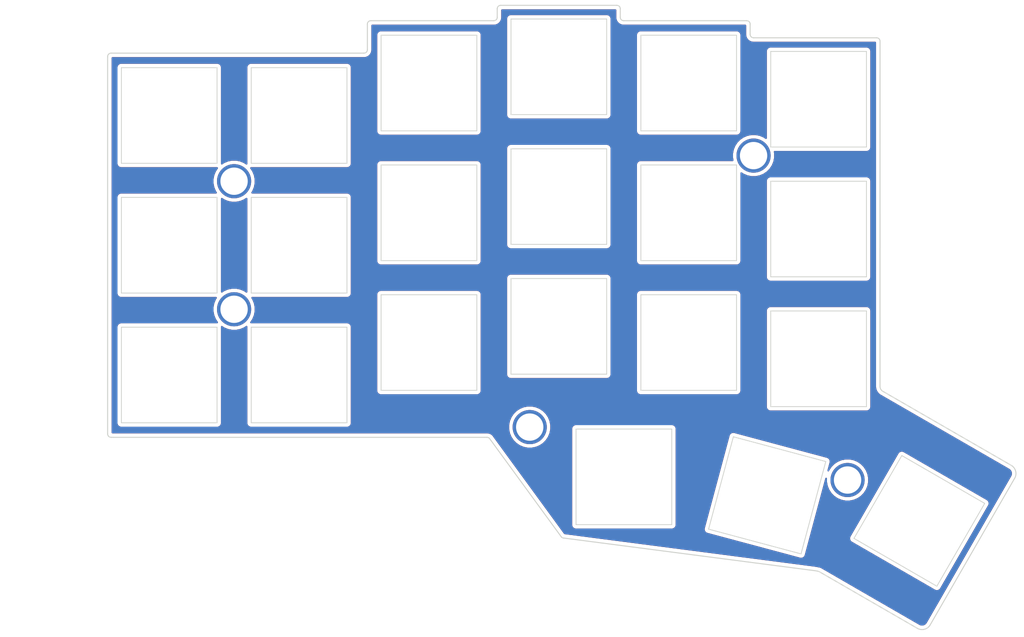
<source format=kicad_pcb>
(kicad_pcb (version 20171130) (host pcbnew "(5.1.5-0-10_14)")

  (general
    (thickness 1.6)
    (drawings 35)
    (tracks 0)
    (zones 0)
    (modules 28)
    (nets 1)
  )

  (page A4)
  (title_block
    (title "Corne Top Plate")
    (date 2018-12-09)
    (rev 2.1)
    (company foostan)
  )

  (layers
    (0 F.Cu signal)
    (31 B.Cu signal)
    (32 B.Adhes user)
    (33 F.Adhes user)
    (34 B.Paste user)
    (35 F.Paste user)
    (36 B.SilkS user)
    (37 F.SilkS user)
    (38 B.Mask user)
    (39 F.Mask user)
    (40 Dwgs.User user)
    (41 Cmts.User user)
    (42 Eco1.User user)
    (43 Eco2.User user)
    (44 Edge.Cuts user)
    (45 Margin user)
    (46 B.CrtYd user)
    (47 F.CrtYd user)
    (48 B.Fab user)
    (49 F.Fab user)
  )

  (setup
    (last_trace_width 0.25)
    (user_trace_width 0.2)
    (user_trace_width 0.5)
    (trace_clearance 0.2)
    (zone_clearance 0.508)
    (zone_45_only no)
    (trace_min 0.2)
    (via_size 0.6)
    (via_drill 0.4)
    (via_min_size 0.4)
    (via_min_drill 0.3)
    (uvia_size 0.3)
    (uvia_drill 0.1)
    (uvias_allowed no)
    (uvia_min_size 0.2)
    (uvia_min_drill 0.1)
    (edge_width 0.15)
    (segment_width 0.1)
    (pcb_text_width 0.3)
    (pcb_text_size 1.5 1.5)
    (mod_edge_width 0.15)
    (mod_text_size 1 1)
    (mod_text_width 0.15)
    (pad_size 4 4)
    (pad_drill 2.2)
    (pad_to_mask_clearance 0.2)
    (aux_axis_origin 174 65.7)
    (grid_origin 70.01 77.125)
    (visible_elements FFFFFF7F)
    (pcbplotparams
      (layerselection 0x010f0_ffffffff)
      (usegerberextensions true)
      (usegerberattributes false)
      (usegerberadvancedattributes false)
      (creategerberjobfile false)
      (excludeedgelayer true)
      (linewidth 0.100000)
      (plotframeref false)
      (viasonmask false)
      (mode 1)
      (useauxorigin false)
      (hpglpennumber 1)
      (hpglpenspeed 20)
      (hpglpendiameter 15.000000)
      (psnegative false)
      (psa4output false)
      (plotreference true)
      (plotvalue true)
      (plotinvisibletext false)
      (padsonsilk false)
      (subtractmaskfromsilk false)
      (outputformat 1)
      (mirror false)
      (drillshape 0)
      (scaleselection 1)
      (outputdirectory "../../../../../../../Desktop/2020-08-15/jlcpcb/corne-top-tray-mount/"))
  )

  (net 0 "")

  (net_class Default "これは標準のネット クラスです。"
    (clearance 0.2)
    (trace_width 0.25)
    (via_dia 0.6)
    (via_drill 0.4)
    (uvia_dia 0.3)
    (uvia_drill 0.1)
  )

  (module kbd:corne-logo-horizontal-mask (layer B.Cu) (tedit 5F379277) (tstamp 5F37F48F)
    (at 108.085 121.975 180)
    (fp_text reference G*** (at 0 0) (layer B.SilkS) hide
      (effects (font (size 1.524 1.524) (thickness 0.3)) (justify mirror))
    )
    (fp_text value LOGO (at 0.75 0) (layer B.SilkS) hide
      (effects (font (size 1.524 1.524) (thickness 0.3)) (justify mirror))
    )
    (fp_poly (pts (xy -4.440451 1.224012) (xy -4.325752 1.197898) (xy -4.10465 1.107361) (xy -3.913207 0.980964)
      (xy -3.756278 0.823012) (xy -3.638718 0.637812) (xy -3.604063 0.557746) (xy -3.570036 0.464269)
      (xy -3.558417 0.405239) (xy -3.575702 0.372739) (xy -3.628388 0.358851) (xy -3.722971 0.355657)
      (xy -3.769931 0.3556) (xy -3.983861 0.355601) (xy -4.014767 0.449246) (xy -4.081357 0.575106)
      (xy -4.187862 0.686497) (xy -4.324037 0.776988) (xy -4.479636 0.840146) (xy -4.644415 0.869539)
      (xy -4.686301 0.870858) (xy -4.868631 0.84809) (xy -5.038935 0.783779) (xy -5.188484 0.683911)
      (xy -5.308547 0.554474) (xy -5.390395 0.401453) (xy -5.396593 0.383733) (xy -5.430144 0.225076)
      (xy -5.435927 0.049598) (xy -5.415241 -0.124327) (xy -5.369387 -0.278322) (xy -5.346325 -0.326531)
      (xy -5.240596 -0.477138) (xy -5.105721 -0.589303) (xy -4.958398 -0.660915) (xy -4.779711 -0.703926)
      (xy -4.600241 -0.703773) (xy -4.428428 -0.663785) (xy -4.27271 -0.587291) (xy -4.141526 -0.477622)
      (xy -4.043316 -0.338106) (xy -4.021733 -0.291389) (xy -3.9751 -0.17799) (xy -3.76555 -0.177895)
      (xy -3.662832 -0.178561) (xy -3.600716 -0.18262) (xy -3.569005 -0.192992) (xy -3.557503 -0.212594)
      (xy -3.556 -0.237887) (xy -3.571525 -0.312902) (xy -3.613076 -0.412781) (xy -3.673122 -0.524252)
      (xy -3.744131 -0.634041) (xy -3.818571 -0.728876) (xy -3.857462 -0.769119) (xy -4.037236 -0.904131)
      (xy -4.246093 -1.004811) (xy -4.47294 -1.067913) (xy -4.706682 -1.090194) (xy -4.9022 -1.074664)
      (xy -5.095413 -1.023943) (xy -5.283049 -0.940877) (xy -5.45274 -0.83286) (xy -5.592117 -0.707289)
      (xy -5.659011 -0.622165) (xy -5.74034 -0.487841) (xy -5.79623 -0.362887) (xy -5.830809 -0.232138)
      (xy -5.848207 -0.08043) (xy -5.852586 0.0889) (xy -5.851081 0.229806) (xy -5.845379 0.333812)
      (xy -5.833702 0.414764) (xy -5.81427 0.486506) (xy -5.794649 0.539803) (xy -5.689003 0.739457)
      (xy -5.542738 0.915974) (xy -5.363624 1.061684) (xy -5.159431 1.168915) (xy -5.1562 1.170198)
      (xy -5.000217 1.214086) (xy -4.816245 1.238108) (xy -4.623313 1.241628) (xy -4.440451 1.224012)) (layer B.Mask) (width 0.01))
    (fp_poly (pts (xy -2.057514 1.23816) (xy -1.80406 1.202889) (xy -1.575975 1.126193) (xy -1.376325 1.010135)
      (xy -1.208175 0.856778) (xy -1.074592 0.668184) (xy -1.010044 0.5334) (xy -0.978482 0.419295)
      (xy -0.958215 0.271629) (xy -0.94947 0.10642) (xy -0.952475 -0.060313) (xy -0.967457 -0.212551)
      (xy -0.994644 -0.334275) (xy -0.997595 -0.3429) (xy -1.093981 -0.540172) (xy -1.233225 -0.716574)
      (xy -1.409821 -0.866769) (xy -1.618259 -0.985421) (xy -1.69316 -1.01677) (xy -1.825179 -1.053019)
      (xy -1.988165 -1.076467) (xy -2.163719 -1.086287) (xy -2.33344 -1.08165) (xy -2.478926 -1.061729)
      (xy -2.511747 -1.053599) (xy -2.725647 -0.971401) (xy -2.920379 -0.853093) (xy -3.087345 -0.705635)
      (xy -3.217944 -0.535986) (xy -3.268818 -0.440895) (xy -3.307163 -0.338102) (xy -3.341349 -0.213876)
      (xy -3.361401 -0.110628) (xy -3.368752 0.030776) (xy -2.944426 0.030776) (xy -2.930091 -0.116866)
      (xy -2.909959 -0.198207) (xy -2.856706 -0.310941) (xy -2.776305 -0.426333) (xy -2.682322 -0.527702)
      (xy -2.588326 -0.598365) (xy -2.581542 -0.60202) (xy -2.384802 -0.678118) (xy -2.179811 -0.708463)
      (xy -1.976396 -0.692243) (xy -1.863836 -0.661468) (xy -1.686556 -0.574347) (xy -1.54209 -0.450677)
      (xy -1.434913 -0.294341) (xy -1.43048 -0.285466) (xy -1.37749 -0.129401) (xy -1.355507 0.047702)
      (xy -1.364861 0.226983) (xy -1.405879 0.389579) (xy -1.418211 0.4191) (xy -1.515542 0.578094)
      (xy -1.643239 0.702908) (xy -1.793936 0.793377) (xy -1.960264 0.849334) (xy -2.134858 0.870614)
      (xy -2.310351 0.857051) (xy -2.479376 0.808478) (xy -2.634566 0.72473) (xy -2.768555 0.60564)
      (xy -2.873535 0.451899) (xy -2.915081 0.334193) (xy -2.939067 0.187474) (xy -2.944426 0.030776)
      (xy -3.368752 0.030776) (xy -3.374262 0.136764) (xy -3.34185 0.371307) (xy -3.26665 0.587948)
      (xy -3.151143 0.781635) (xy -2.997813 0.947313) (xy -2.80914 1.079931) (xy -2.765081 1.103197)
      (xy -2.590795 1.177947) (xy -2.41947 1.222719) (xy -2.233595 1.240853) (xy -2.057514 1.23816)) (layer B.Mask) (width 0.01))
    (fp_poly (pts (xy 4.73403 1.221594) (xy 4.956394 1.155295) (xy 5.154633 1.049787) (xy 5.324579 0.909153)
      (xy 5.462059 0.737476) (xy 5.562904 0.538838) (xy 5.622943 0.317322) (xy 5.6388 0.121664)
      (xy 5.6388 -0.0254) (xy 3.7338 -0.0254) (xy 3.7338 -0.098498) (xy 3.756717 -0.221649)
      (xy 3.820155 -0.349172) (xy 3.916143 -0.470298) (xy 4.036711 -0.574256) (xy 4.125888 -0.628239)
      (xy 4.261742 -0.679647) (xy 4.422404 -0.704683) (xy 4.435372 -0.705596) (xy 4.617629 -0.703127)
      (xy 4.771303 -0.666329) (xy 4.908995 -0.590614) (xy 5.023693 -0.491419) (xy 5.159513 -0.3556)
      (xy 5.362768 -0.3556) (xy 5.463311 -0.356246) (xy 5.522533 -0.360122) (xy 5.54991 -0.370133)
      (xy 5.554919 -0.389182) (xy 5.54923 -0.41275) (xy 5.510917 -0.498398) (xy 5.445999 -0.601086)
      (xy 5.366274 -0.704606) (xy 5.283544 -0.792746) (xy 5.253357 -0.819173) (xy 5.05449 -0.948773)
      (xy 4.831802 -1.038237) (xy 4.595096 -1.085509) (xy 4.354173 -1.088535) (xy 4.142857 -1.052004)
      (xy 3.921745 -0.967879) (xy 3.726925 -0.844023) (xy 3.563325 -0.685554) (xy 3.435874 -0.49759)
      (xy 3.349501 -0.285249) (xy 3.330344 -0.208299) (xy 3.299808 0.041758) (xy 3.313541 0.281339)
      (xy 3.325722 0.3302) (xy 3.735057 0.3302) (xy 4.458328 0.3302) (xy 4.670914 0.330472)
      (xy 4.837999 0.331479) (xy 4.964879 0.333506) (xy 5.056851 0.336842) (xy 5.119212 0.341771)
      (xy 5.157259 0.34858) (xy 5.176288 0.357556) (xy 5.181597 0.368986) (xy 5.1816 0.369312)
      (xy 5.161223 0.451242) (xy 5.106525 0.546827) (xy 5.027152 0.644278) (xy 4.932748 0.731805)
      (xy 4.832961 0.797617) (xy 4.829903 0.799174) (xy 4.690847 0.846723) (xy 4.526733 0.867986)
      (xy 4.355928 0.86304) (xy 4.196798 0.831961) (xy 4.10506 0.796156) (xy 3.958526 0.694514)
      (xy 3.839649 0.553203) (xy 3.759265 0.393873) (xy 3.735057 0.3302) (xy 3.325722 0.3302)
      (xy 3.369367 0.505265) (xy 3.465106 0.708357) (xy 3.598579 0.885437) (xy 3.767608 1.031328)
      (xy 3.880499 1.099311) (xy 4.075103 1.183254) (xy 4.272426 1.230099) (xy 4.491713 1.2446)
      (xy 4.73403 1.221594)) (layer B.Mask) (width 0.01))
    (fp_poly (pts (xy 0.539737 1.254564) (xy 0.6858 1.238039) (xy 0.6858 0.867271) (xy 0.55245 0.880932)
      (xy 0.368351 0.875861) (xy 0.198952 0.824078) (xy 0.050381 0.728944) (xy -0.071234 0.593821)
      (xy -0.120111 0.512131) (xy -0.2032 0.351162) (xy -0.2032 -1.0414) (xy -0.635 -1.0414)
      (xy -0.635 1.221255) (xy -0.42545 1.213878) (xy -0.2159 1.2065) (xy -0.1905 0.984642)
      (xy -0.139731 1.041054) (xy -0.021554 1.137643) (xy 0.130298 1.208733) (xy 0.303542 1.250464)
      (xy 0.48589 1.258975) (xy 0.539737 1.254564)) (layer B.Mask) (width 0.01))
    (fp_poly (pts (xy 2.201991 1.231209) (xy 2.296075 1.227549) (xy 2.36649 1.218545) (xy 2.426801 1.201819)
      (xy 2.49057 1.174995) (xy 2.544751 1.148829) (xy 2.715798 1.040487) (xy 2.849048 0.901327)
      (xy 2.946379 0.728622) (xy 3.009668 0.519646) (xy 3.021075 0.4572) (xy 3.028364 0.38623)
      (xy 3.034903 0.273475) (xy 3.040403 0.127951) (xy 3.044574 -0.04133) (xy 3.047127 -0.225353)
      (xy 3.047808 -0.37465) (xy 3.048 -1.0414) (xy 2.6162 -1.0414) (xy 2.6162 -0.32211)
      (xy 2.615593 -0.093457) (xy 2.6136 0.090242) (xy 2.609963 0.234823) (xy 2.604422 0.346118)
      (xy 2.596719 0.429963) (xy 2.586595 0.492191) (xy 2.578697 0.523466) (xy 2.513937 0.661693)
      (xy 2.41303 0.764894) (xy 2.277603 0.832016) (xy 2.10928 0.862001) (xy 2.054812 0.8636)
      (xy 1.892341 0.853183) (xy 1.762362 0.818306) (xy 1.650264 0.753528) (xy 1.57036 0.683274)
      (xy 1.516173 0.626269) (xy 1.472791 0.570499) (xy 1.439023 0.509635) (xy 1.413679 0.437348)
      (xy 1.395567 0.347311) (xy 1.383496 0.233195) (xy 1.376277 0.088673) (xy 1.372717 -0.092585)
      (xy 1.371626 -0.316907) (xy 1.3716 -0.37291) (xy 1.3716 -1.0414) (xy 0.9398 -1.0414)
      (xy 0.9398 1.2192) (xy 1.3716 1.2192) (xy 1.3716 0.961293) (xy 1.453864 1.043558)
      (xy 1.540252 1.119164) (xy 1.630955 1.172431) (xy 1.736978 1.206718) (xy 1.869324 1.225384)
      (xy 2.038995 1.231789) (xy 2.070674 1.2319) (xy 2.201991 1.231209)) (layer B.Mask) (width 0.01))
  )

  (module kbd:corne-logo-horizontal-mask (layer F.Cu) (tedit 5F379277) (tstamp 5F37F485)
    (at 108.335 121.925)
    (fp_text reference G*** (at 0 0) (layer F.SilkS) hide
      (effects (font (size 1.524 1.524) (thickness 0.3)))
    )
    (fp_text value LOGO (at 0.75 0) (layer F.SilkS) hide
      (effects (font (size 1.524 1.524) (thickness 0.3)))
    )
    (fp_poly (pts (xy 2.201991 -1.231209) (xy 2.296075 -1.227549) (xy 2.36649 -1.218545) (xy 2.426801 -1.201819)
      (xy 2.49057 -1.174995) (xy 2.544751 -1.148829) (xy 2.715798 -1.040487) (xy 2.849048 -0.901327)
      (xy 2.946379 -0.728622) (xy 3.009668 -0.519646) (xy 3.021075 -0.4572) (xy 3.028364 -0.38623)
      (xy 3.034903 -0.273475) (xy 3.040403 -0.127951) (xy 3.044574 0.04133) (xy 3.047127 0.225353)
      (xy 3.047808 0.37465) (xy 3.048 1.0414) (xy 2.6162 1.0414) (xy 2.6162 0.32211)
      (xy 2.615593 0.093457) (xy 2.6136 -0.090242) (xy 2.609963 -0.234823) (xy 2.604422 -0.346118)
      (xy 2.596719 -0.429963) (xy 2.586595 -0.492191) (xy 2.578697 -0.523466) (xy 2.513937 -0.661693)
      (xy 2.41303 -0.764894) (xy 2.277603 -0.832016) (xy 2.10928 -0.862001) (xy 2.054812 -0.8636)
      (xy 1.892341 -0.853183) (xy 1.762362 -0.818306) (xy 1.650264 -0.753528) (xy 1.57036 -0.683274)
      (xy 1.516173 -0.626269) (xy 1.472791 -0.570499) (xy 1.439023 -0.509635) (xy 1.413679 -0.437348)
      (xy 1.395567 -0.347311) (xy 1.383496 -0.233195) (xy 1.376277 -0.088673) (xy 1.372717 0.092585)
      (xy 1.371626 0.316907) (xy 1.3716 0.37291) (xy 1.3716 1.0414) (xy 0.9398 1.0414)
      (xy 0.9398 -1.2192) (xy 1.3716 -1.2192) (xy 1.3716 -0.961293) (xy 1.453864 -1.043558)
      (xy 1.540252 -1.119164) (xy 1.630955 -1.172431) (xy 1.736978 -1.206718) (xy 1.869324 -1.225384)
      (xy 2.038995 -1.231789) (xy 2.070674 -1.2319) (xy 2.201991 -1.231209)) (layer F.Mask) (width 0.01))
    (fp_poly (pts (xy 0.539737 -1.254564) (xy 0.6858 -1.238039) (xy 0.6858 -0.867271) (xy 0.55245 -0.880932)
      (xy 0.368351 -0.875861) (xy 0.198952 -0.824078) (xy 0.050381 -0.728944) (xy -0.071234 -0.593821)
      (xy -0.120111 -0.512131) (xy -0.2032 -0.351162) (xy -0.2032 1.0414) (xy -0.635 1.0414)
      (xy -0.635 -1.221255) (xy -0.42545 -1.213878) (xy -0.2159 -1.2065) (xy -0.1905 -0.984642)
      (xy -0.139731 -1.041054) (xy -0.021554 -1.137643) (xy 0.130298 -1.208733) (xy 0.303542 -1.250464)
      (xy 0.48589 -1.258975) (xy 0.539737 -1.254564)) (layer F.Mask) (width 0.01))
    (fp_poly (pts (xy 4.73403 -1.221594) (xy 4.956394 -1.155295) (xy 5.154633 -1.049787) (xy 5.324579 -0.909153)
      (xy 5.462059 -0.737476) (xy 5.562904 -0.538838) (xy 5.622943 -0.317322) (xy 5.6388 -0.121664)
      (xy 5.6388 0.0254) (xy 3.7338 0.0254) (xy 3.7338 0.098498) (xy 3.756717 0.221649)
      (xy 3.820155 0.349172) (xy 3.916143 0.470298) (xy 4.036711 0.574256) (xy 4.125888 0.628239)
      (xy 4.261742 0.679647) (xy 4.422404 0.704683) (xy 4.435372 0.705596) (xy 4.617629 0.703127)
      (xy 4.771303 0.666329) (xy 4.908995 0.590614) (xy 5.023693 0.491419) (xy 5.159513 0.3556)
      (xy 5.362768 0.3556) (xy 5.463311 0.356246) (xy 5.522533 0.360122) (xy 5.54991 0.370133)
      (xy 5.554919 0.389182) (xy 5.54923 0.41275) (xy 5.510917 0.498398) (xy 5.445999 0.601086)
      (xy 5.366274 0.704606) (xy 5.283544 0.792746) (xy 5.253357 0.819173) (xy 5.05449 0.948773)
      (xy 4.831802 1.038237) (xy 4.595096 1.085509) (xy 4.354173 1.088535) (xy 4.142857 1.052004)
      (xy 3.921745 0.967879) (xy 3.726925 0.844023) (xy 3.563325 0.685554) (xy 3.435874 0.49759)
      (xy 3.349501 0.285249) (xy 3.330344 0.208299) (xy 3.299808 -0.041758) (xy 3.313541 -0.281339)
      (xy 3.325722 -0.3302) (xy 3.735057 -0.3302) (xy 4.458328 -0.3302) (xy 4.670914 -0.330472)
      (xy 4.837999 -0.331479) (xy 4.964879 -0.333506) (xy 5.056851 -0.336842) (xy 5.119212 -0.341771)
      (xy 5.157259 -0.34858) (xy 5.176288 -0.357556) (xy 5.181597 -0.368986) (xy 5.1816 -0.369312)
      (xy 5.161223 -0.451242) (xy 5.106525 -0.546827) (xy 5.027152 -0.644278) (xy 4.932748 -0.731805)
      (xy 4.832961 -0.797617) (xy 4.829903 -0.799174) (xy 4.690847 -0.846723) (xy 4.526733 -0.867986)
      (xy 4.355928 -0.86304) (xy 4.196798 -0.831961) (xy 4.10506 -0.796156) (xy 3.958526 -0.694514)
      (xy 3.839649 -0.553203) (xy 3.759265 -0.393873) (xy 3.735057 -0.3302) (xy 3.325722 -0.3302)
      (xy 3.369367 -0.505265) (xy 3.465106 -0.708357) (xy 3.598579 -0.885437) (xy 3.767608 -1.031328)
      (xy 3.880499 -1.099311) (xy 4.075103 -1.183254) (xy 4.272426 -1.230099) (xy 4.491713 -1.2446)
      (xy 4.73403 -1.221594)) (layer F.Mask) (width 0.01))
    (fp_poly (pts (xy -2.057514 -1.23816) (xy -1.80406 -1.202889) (xy -1.575975 -1.126193) (xy -1.376325 -1.010135)
      (xy -1.208175 -0.856778) (xy -1.074592 -0.668184) (xy -1.010044 -0.5334) (xy -0.978482 -0.419295)
      (xy -0.958215 -0.271629) (xy -0.94947 -0.10642) (xy -0.952475 0.060313) (xy -0.967457 0.212551)
      (xy -0.994644 0.334275) (xy -0.997595 0.3429) (xy -1.093981 0.540172) (xy -1.233225 0.716574)
      (xy -1.409821 0.866769) (xy -1.618259 0.985421) (xy -1.69316 1.01677) (xy -1.825179 1.053019)
      (xy -1.988165 1.076467) (xy -2.163719 1.086287) (xy -2.33344 1.08165) (xy -2.478926 1.061729)
      (xy -2.511747 1.053599) (xy -2.725647 0.971401) (xy -2.920379 0.853093) (xy -3.087345 0.705635)
      (xy -3.217944 0.535986) (xy -3.268818 0.440895) (xy -3.307163 0.338102) (xy -3.341349 0.213876)
      (xy -3.361401 0.110628) (xy -3.368752 -0.030776) (xy -2.944426 -0.030776) (xy -2.930091 0.116866)
      (xy -2.909959 0.198207) (xy -2.856706 0.310941) (xy -2.776305 0.426333) (xy -2.682322 0.527702)
      (xy -2.588326 0.598365) (xy -2.581542 0.60202) (xy -2.384802 0.678118) (xy -2.179811 0.708463)
      (xy -1.976396 0.692243) (xy -1.863836 0.661468) (xy -1.686556 0.574347) (xy -1.54209 0.450677)
      (xy -1.434913 0.294341) (xy -1.43048 0.285466) (xy -1.37749 0.129401) (xy -1.355507 -0.047702)
      (xy -1.364861 -0.226983) (xy -1.405879 -0.389579) (xy -1.418211 -0.4191) (xy -1.515542 -0.578094)
      (xy -1.643239 -0.702908) (xy -1.793936 -0.793377) (xy -1.960264 -0.849334) (xy -2.134858 -0.870614)
      (xy -2.310351 -0.857051) (xy -2.479376 -0.808478) (xy -2.634566 -0.72473) (xy -2.768555 -0.60564)
      (xy -2.873535 -0.451899) (xy -2.915081 -0.334193) (xy -2.939067 -0.187474) (xy -2.944426 -0.030776)
      (xy -3.368752 -0.030776) (xy -3.374262 -0.136764) (xy -3.34185 -0.371307) (xy -3.26665 -0.587948)
      (xy -3.151143 -0.781635) (xy -2.997813 -0.947313) (xy -2.80914 -1.079931) (xy -2.765081 -1.103197)
      (xy -2.590795 -1.177947) (xy -2.41947 -1.222719) (xy -2.233595 -1.240853) (xy -2.057514 -1.23816)) (layer F.Mask) (width 0.01))
    (fp_poly (pts (xy -4.440451 -1.224012) (xy -4.325752 -1.197898) (xy -4.10465 -1.107361) (xy -3.913207 -0.980964)
      (xy -3.756278 -0.823012) (xy -3.638718 -0.637812) (xy -3.604063 -0.557746) (xy -3.570036 -0.464269)
      (xy -3.558417 -0.405239) (xy -3.575702 -0.372739) (xy -3.628388 -0.358851) (xy -3.722971 -0.355657)
      (xy -3.769931 -0.3556) (xy -3.983861 -0.355601) (xy -4.014767 -0.449246) (xy -4.081357 -0.575106)
      (xy -4.187862 -0.686497) (xy -4.324037 -0.776988) (xy -4.479636 -0.840146) (xy -4.644415 -0.869539)
      (xy -4.686301 -0.870858) (xy -4.868631 -0.84809) (xy -5.038935 -0.783779) (xy -5.188484 -0.683911)
      (xy -5.308547 -0.554474) (xy -5.390395 -0.401453) (xy -5.396593 -0.383733) (xy -5.430144 -0.225076)
      (xy -5.435927 -0.049598) (xy -5.415241 0.124327) (xy -5.369387 0.278322) (xy -5.346325 0.326531)
      (xy -5.240596 0.477138) (xy -5.105721 0.589303) (xy -4.958398 0.660915) (xy -4.779711 0.703926)
      (xy -4.600241 0.703773) (xy -4.428428 0.663785) (xy -4.27271 0.587291) (xy -4.141526 0.477622)
      (xy -4.043316 0.338106) (xy -4.021733 0.291389) (xy -3.9751 0.17799) (xy -3.76555 0.177895)
      (xy -3.662832 0.178561) (xy -3.600716 0.18262) (xy -3.569005 0.192992) (xy -3.557503 0.212594)
      (xy -3.556 0.237887) (xy -3.571525 0.312902) (xy -3.613076 0.412781) (xy -3.673122 0.524252)
      (xy -3.744131 0.634041) (xy -3.818571 0.728876) (xy -3.857462 0.769119) (xy -4.037236 0.904131)
      (xy -4.246093 1.004811) (xy -4.47294 1.067913) (xy -4.706682 1.090194) (xy -4.9022 1.074664)
      (xy -5.095413 1.023943) (xy -5.283049 0.940877) (xy -5.45274 0.83286) (xy -5.592117 0.707289)
      (xy -5.659011 0.622165) (xy -5.74034 0.487841) (xy -5.79623 0.362887) (xy -5.830809 0.232138)
      (xy -5.848207 0.08043) (xy -5.852586 -0.0889) (xy -5.851081 -0.229806) (xy -5.845379 -0.333812)
      (xy -5.833702 -0.414764) (xy -5.81427 -0.486506) (xy -5.794649 -0.539803) (xy -5.689003 -0.739457)
      (xy -5.542738 -0.915974) (xy -5.363624 -1.061684) (xy -5.159431 -1.168915) (xy -5.1562 -1.170198)
      (xy -5.000217 -1.214086) (xy -4.816245 -1.238108) (xy -4.623313 -1.241628) (xy -4.440451 -1.224012)) (layer F.Mask) (width 0.01))
  )

  (module kbd:M2_Hole_TH_Outside (layer F.Cu) (tedit 5F3791B9) (tstamp 5AAA7D53)
    (at 169.25 130.5)
    (fp_text reference "" (at 0 -3.2) (layer F.SilkS)
      (effects (font (size 1 1) (thickness 0.15)))
    )
    (fp_text value "" (at 0 3.2) (layer F.Fab)
      (effects (font (size 1 1) (thickness 0.15)))
    )
    (fp_text user %R (at 0.3 0) (layer F.Fab)
      (effects (font (size 1 1) (thickness 0.15)))
    )
    (pad "" thru_hole circle (at 0 0) (size 5 5) (drill 4) (layers *.Cu *.Mask))
  )

  (module kbd:M2_Hole_TH_Outside (layer F.Cu) (tedit 5F3791B9) (tstamp 5AAA5A9F)
    (at 79.5 105.5)
    (fp_text reference "" (at 0 -3.2) (layer F.SilkS)
      (effects (font (size 1 1) (thickness 0.15)))
    )
    (fp_text value "" (at 0 3.2) (layer F.Fab)
      (effects (font (size 1 1) (thickness 0.15)))
    )
    (fp_text user %R (at 0.3 0) (layer F.Fab)
      (effects (font (size 1 1) (thickness 0.15)))
    )
    (pad "" thru_hole circle (at 0 0) (size 5 5) (drill 4) (layers *.Cu *.Mask))
  )

  (module kbd:M2_Hole_TH_Outside (layer F.Cu) (tedit 5F3791B9) (tstamp 5AAA7C39)
    (at 155.5 83)
    (fp_text reference "" (at 0 -3.2) (layer F.SilkS)
      (effects (font (size 1 1) (thickness 0.15)))
    )
    (fp_text value "" (at 0 3.2) (layer F.Fab)
      (effects (font (size 1 1) (thickness 0.15)))
    )
    (fp_text user %R (at 0.3 0) (layer F.Fab)
      (effects (font (size 1 1) (thickness 0.15)))
    )
    (pad "" thru_hole circle (at 0 0) (size 5 5) (drill 4) (layers *.Cu *.Mask))
  )

  (module kbd:M2_Hole_TH_Outside (layer F.Cu) (tedit 5F3791B9) (tstamp 5AAA5A7C)
    (at 79.5 86.75)
    (fp_text reference "" (at 0 -3.2) (layer F.SilkS)
      (effects (font (size 1 1) (thickness 0.15)))
    )
    (fp_text value "" (at 0 3.2) (layer F.Fab)
      (effects (font (size 1 1) (thickness 0.15)))
    )
    (fp_text user %R (at 0.3 0) (layer F.Fab)
      (effects (font (size 1 1) (thickness 0.15)))
    )
    (pad "" thru_hole circle (at 0 0) (size 5 5) (drill 4) (layers *.Cu *.Mask))
  )

  (module kbd:M2_Hole_TH_Outside (layer F.Cu) (tedit 5F3791B9) (tstamp 5AAA7C4A)
    (at 122.75 122.75)
    (fp_text reference "" (at 0 -3.2) (layer F.SilkS)
      (effects (font (size 1 1) (thickness 0.15)))
    )
    (fp_text value "" (at 0 3.2) (layer F.Fab)
      (effects (font (size 1 1) (thickness 0.15)))
    )
    (fp_text user %R (at 0.3 0) (layer F.Fab)
      (effects (font (size 1 1) (thickness 0.15)))
    )
    (pad "" thru_hole circle (at 0 0) (size 5 5) (drill 4) (layers *.Cu *.Mask))
  )

  (module kbd:SW_Hole (layer F.Cu) (tedit 5F1B7F65) (tstamp 5DC20BEA)
    (at 179.75 136.485 330)
    (fp_text reference SW2 (at 7 8.1 150) (layer F.SilkS) hide
      (effects (font (size 1 1) (thickness 0.15)))
    )
    (fp_text value KEY_SWITCH (at -7.4 -8.1 150) (layer F.Fab) hide
      (effects (font (size 1 1) (thickness 0.15)))
    )
    (fp_line (start 7 -7) (end -7 -7) (layer Edge.Cuts) (width 0.12))
    (fp_line (start 7 7) (end 7 -7) (layer Edge.Cuts) (width 0.12))
    (fp_line (start -7 7) (end 7 7) (layer Edge.Cuts) (width 0.12))
    (fp_line (start -7 -7) (end -7 7) (layer Edge.Cuts) (width 0.12))
    (fp_line (start 9.525 -9.525) (end -9.525 -9.525) (layer F.Fab) (width 0.15))
    (fp_line (start -9.525 -9.525) (end -9.525 9.525) (layer F.Fab) (width 0.15))
    (fp_line (start -9.525 9.525) (end 9.525 9.525) (layer F.Fab) (width 0.15))
    (fp_line (start 9.525 9.525) (end 9.525 -9.525) (layer F.Fab) (width 0.15))
  )

  (module kbd:SW_Hole (layer F.Cu) (tedit 5F1B7F65) (tstamp 5DC20BC9)
    (at 157.492 132.744 345)
    (fp_text reference SW2 (at 7.000001 8.1 165) (layer F.SilkS) hide
      (effects (font (size 1 1) (thickness 0.15)))
    )
    (fp_text value KEY_SWITCH (at -7.4 -8.1 165) (layer F.Fab) hide
      (effects (font (size 1 1) (thickness 0.15)))
    )
    (fp_line (start 7 -7) (end -7 -7) (layer Edge.Cuts) (width 0.12))
    (fp_line (start 7 7) (end 7 -7) (layer Edge.Cuts) (width 0.12))
    (fp_line (start -7 7) (end 7 7) (layer Edge.Cuts) (width 0.12))
    (fp_line (start -7 -7) (end -7 7) (layer Edge.Cuts) (width 0.12))
    (fp_line (start 9.525 -9.525) (end -9.525 -9.525) (layer F.Fab) (width 0.15))
    (fp_line (start -9.525 -9.525) (end -9.525 9.525) (layer F.Fab) (width 0.15))
    (fp_line (start -9.525 9.525) (end 9.525 9.525) (layer F.Fab) (width 0.15))
    (fp_line (start 9.525 9.525) (end 9.525 -9.525) (layer F.Fab) (width 0.15))
  )

  (module kbd:SW_Hole (layer F.Cu) (tedit 5F1B7F65) (tstamp 5DC20B59)
    (at 136.53 130.035)
    (fp_text reference SW2 (at 7 8.1) (layer F.SilkS) hide
      (effects (font (size 1 1) (thickness 0.15)))
    )
    (fp_text value KEY_SWITCH (at -7.4 -8.1) (layer F.Fab) hide
      (effects (font (size 1 1) (thickness 0.15)))
    )
    (fp_line (start 7 -7) (end -7 -7) (layer Edge.Cuts) (width 0.12))
    (fp_line (start 7 7) (end 7 -7) (layer Edge.Cuts) (width 0.12))
    (fp_line (start -7 7) (end 7 7) (layer Edge.Cuts) (width 0.12))
    (fp_line (start -7 -7) (end -7 7) (layer Edge.Cuts) (width 0.12))
    (fp_line (start 9.525 -9.525) (end -9.525 -9.525) (layer F.Fab) (width 0.15))
    (fp_line (start -9.525 -9.525) (end -9.525 9.525) (layer F.Fab) (width 0.15))
    (fp_line (start -9.525 9.525) (end 9.525 9.525) (layer F.Fab) (width 0.15))
    (fp_line (start 9.525 9.525) (end 9.525 -9.525) (layer F.Fab) (width 0.15))
  )

  (module kbd:SW_Hole (layer F.Cu) (tedit 5F1B7F65) (tstamp 5DC20AAA)
    (at 165.01 112.75)
    (fp_text reference SW2 (at 7 8.1) (layer F.SilkS) hide
      (effects (font (size 1 1) (thickness 0.15)))
    )
    (fp_text value KEY_SWITCH (at -7.4 -8.1) (layer F.Fab) hide
      (effects (font (size 1 1) (thickness 0.15)))
    )
    (fp_line (start 7 -7) (end -7 -7) (layer Edge.Cuts) (width 0.12))
    (fp_line (start 7 7) (end 7 -7) (layer Edge.Cuts) (width 0.12))
    (fp_line (start -7 7) (end 7 7) (layer Edge.Cuts) (width 0.12))
    (fp_line (start -7 -7) (end -7 7) (layer Edge.Cuts) (width 0.12))
    (fp_line (start 9.525 -9.525) (end -9.525 -9.525) (layer F.Fab) (width 0.15))
    (fp_line (start -9.525 -9.525) (end -9.525 9.525) (layer F.Fab) (width 0.15))
    (fp_line (start -9.525 9.525) (end 9.525 9.525) (layer F.Fab) (width 0.15))
    (fp_line (start 9.525 9.525) (end 9.525 -9.525) (layer F.Fab) (width 0.15))
  )

  (module kbd:SW_Hole (layer F.Cu) (tedit 5F1B7F65) (tstamp 5DC20A9F)
    (at 165.01 74.75)
    (fp_text reference SW2 (at 7 8.1) (layer F.SilkS) hide
      (effects (font (size 1 1) (thickness 0.15)))
    )
    (fp_text value KEY_SWITCH (at -7.4 -8.1) (layer F.Fab) hide
      (effects (font (size 1 1) (thickness 0.15)))
    )
    (fp_line (start 7 -7) (end -7 -7) (layer Edge.Cuts) (width 0.12))
    (fp_line (start 7 7) (end 7 -7) (layer Edge.Cuts) (width 0.12))
    (fp_line (start -7 7) (end 7 7) (layer Edge.Cuts) (width 0.12))
    (fp_line (start -7 -7) (end -7 7) (layer Edge.Cuts) (width 0.12))
    (fp_line (start 9.525 -9.525) (end -9.525 -9.525) (layer F.Fab) (width 0.15))
    (fp_line (start -9.525 -9.525) (end -9.525 9.525) (layer F.Fab) (width 0.15))
    (fp_line (start -9.525 9.525) (end 9.525 9.525) (layer F.Fab) (width 0.15))
    (fp_line (start 9.525 9.525) (end 9.525 -9.525) (layer F.Fab) (width 0.15))
  )

  (module kbd:SW_Hole (layer F.Cu) (tedit 5F1B7F65) (tstamp 5DC20A94)
    (at 165.01 93.75)
    (fp_text reference SW2 (at 7 8.1) (layer F.SilkS) hide
      (effects (font (size 1 1) (thickness 0.15)))
    )
    (fp_text value KEY_SWITCH (at -7.4 -8.1) (layer F.Fab) hide
      (effects (font (size 1 1) (thickness 0.15)))
    )
    (fp_line (start 7 -7) (end -7 -7) (layer Edge.Cuts) (width 0.12))
    (fp_line (start 7 7) (end 7 -7) (layer Edge.Cuts) (width 0.12))
    (fp_line (start -7 7) (end 7 7) (layer Edge.Cuts) (width 0.12))
    (fp_line (start -7 -7) (end -7 7) (layer Edge.Cuts) (width 0.12))
    (fp_line (start 9.525 -9.525) (end -9.525 -9.525) (layer F.Fab) (width 0.15))
    (fp_line (start -9.525 -9.525) (end -9.525 9.525) (layer F.Fab) (width 0.15))
    (fp_line (start -9.525 9.525) (end 9.525 9.525) (layer F.Fab) (width 0.15))
    (fp_line (start 9.525 9.525) (end 9.525 -9.525) (layer F.Fab) (width 0.15))
  )

  (module kbd:SW_Hole (layer F.Cu) (tedit 5F1B7F65) (tstamp 5DC20A68)
    (at 146.01 91.375)
    (fp_text reference SW2 (at 7 8.1) (layer F.SilkS) hide
      (effects (font (size 1 1) (thickness 0.15)))
    )
    (fp_text value KEY_SWITCH (at -7.4 -8.1) (layer F.Fab) hide
      (effects (font (size 1 1) (thickness 0.15)))
    )
    (fp_line (start 7 -7) (end -7 -7) (layer Edge.Cuts) (width 0.12))
    (fp_line (start 7 7) (end 7 -7) (layer Edge.Cuts) (width 0.12))
    (fp_line (start -7 7) (end 7 7) (layer Edge.Cuts) (width 0.12))
    (fp_line (start -7 -7) (end -7 7) (layer Edge.Cuts) (width 0.12))
    (fp_line (start 9.525 -9.525) (end -9.525 -9.525) (layer F.Fab) (width 0.15))
    (fp_line (start -9.525 -9.525) (end -9.525 9.525) (layer F.Fab) (width 0.15))
    (fp_line (start -9.525 9.525) (end 9.525 9.525) (layer F.Fab) (width 0.15))
    (fp_line (start 9.525 9.525) (end 9.525 -9.525) (layer F.Fab) (width 0.15))
  )

  (module kbd:SW_Hole (layer F.Cu) (tedit 5F1B7F65) (tstamp 5DC20A5D)
    (at 146.01 72.375)
    (fp_text reference SW2 (at 7 8.1) (layer F.SilkS) hide
      (effects (font (size 1 1) (thickness 0.15)))
    )
    (fp_text value KEY_SWITCH (at -7.4 -8.1) (layer F.Fab) hide
      (effects (font (size 1 1) (thickness 0.15)))
    )
    (fp_line (start 7 -7) (end -7 -7) (layer Edge.Cuts) (width 0.12))
    (fp_line (start 7 7) (end 7 -7) (layer Edge.Cuts) (width 0.12))
    (fp_line (start -7 7) (end 7 7) (layer Edge.Cuts) (width 0.12))
    (fp_line (start -7 -7) (end -7 7) (layer Edge.Cuts) (width 0.12))
    (fp_line (start 9.525 -9.525) (end -9.525 -9.525) (layer F.Fab) (width 0.15))
    (fp_line (start -9.525 -9.525) (end -9.525 9.525) (layer F.Fab) (width 0.15))
    (fp_line (start -9.525 9.525) (end 9.525 9.525) (layer F.Fab) (width 0.15))
    (fp_line (start 9.525 9.525) (end 9.525 -9.525) (layer F.Fab) (width 0.15))
  )

  (module kbd:SW_Hole (layer F.Cu) (tedit 5F1B7F65) (tstamp 5DC20A52)
    (at 146.01 110.375)
    (fp_text reference SW2 (at 7 8.1) (layer F.SilkS) hide
      (effects (font (size 1 1) (thickness 0.15)))
    )
    (fp_text value KEY_SWITCH (at -7.4 -8.1) (layer F.Fab) hide
      (effects (font (size 1 1) (thickness 0.15)))
    )
    (fp_line (start 7 -7) (end -7 -7) (layer Edge.Cuts) (width 0.12))
    (fp_line (start 7 7) (end 7 -7) (layer Edge.Cuts) (width 0.12))
    (fp_line (start -7 7) (end 7 7) (layer Edge.Cuts) (width 0.12))
    (fp_line (start -7 -7) (end -7 7) (layer Edge.Cuts) (width 0.12))
    (fp_line (start 9.525 -9.525) (end -9.525 -9.525) (layer F.Fab) (width 0.15))
    (fp_line (start -9.525 -9.525) (end -9.525 9.525) (layer F.Fab) (width 0.15))
    (fp_line (start -9.525 9.525) (end 9.525 9.525) (layer F.Fab) (width 0.15))
    (fp_line (start 9.525 9.525) (end 9.525 -9.525) (layer F.Fab) (width 0.15))
  )

  (module kbd:SW_Hole (layer F.Cu) (tedit 5F1B7F65) (tstamp 5DC20A26)
    (at 127.01 89)
    (fp_text reference SW2 (at 7 8.1) (layer F.SilkS) hide
      (effects (font (size 1 1) (thickness 0.15)))
    )
    (fp_text value KEY_SWITCH (at -7.4 -8.1) (layer F.Fab) hide
      (effects (font (size 1 1) (thickness 0.15)))
    )
    (fp_line (start 7 -7) (end -7 -7) (layer Edge.Cuts) (width 0.12))
    (fp_line (start 7 7) (end 7 -7) (layer Edge.Cuts) (width 0.12))
    (fp_line (start -7 7) (end 7 7) (layer Edge.Cuts) (width 0.12))
    (fp_line (start -7 -7) (end -7 7) (layer Edge.Cuts) (width 0.12))
    (fp_line (start 9.525 -9.525) (end -9.525 -9.525) (layer F.Fab) (width 0.15))
    (fp_line (start -9.525 -9.525) (end -9.525 9.525) (layer F.Fab) (width 0.15))
    (fp_line (start -9.525 9.525) (end 9.525 9.525) (layer F.Fab) (width 0.15))
    (fp_line (start 9.525 9.525) (end 9.525 -9.525) (layer F.Fab) (width 0.15))
  )

  (module kbd:SW_Hole (layer F.Cu) (tedit 5F1B7F65) (tstamp 5DC20A1B)
    (at 127.01 108)
    (fp_text reference SW2 (at 7 8.1) (layer F.SilkS) hide
      (effects (font (size 1 1) (thickness 0.15)))
    )
    (fp_text value KEY_SWITCH (at -7.4 -8.1) (layer F.Fab) hide
      (effects (font (size 1 1) (thickness 0.15)))
    )
    (fp_line (start 7 -7) (end -7 -7) (layer Edge.Cuts) (width 0.12))
    (fp_line (start 7 7) (end 7 -7) (layer Edge.Cuts) (width 0.12))
    (fp_line (start -7 7) (end 7 7) (layer Edge.Cuts) (width 0.12))
    (fp_line (start -7 -7) (end -7 7) (layer Edge.Cuts) (width 0.12))
    (fp_line (start 9.525 -9.525) (end -9.525 -9.525) (layer F.Fab) (width 0.15))
    (fp_line (start -9.525 -9.525) (end -9.525 9.525) (layer F.Fab) (width 0.15))
    (fp_line (start -9.525 9.525) (end 9.525 9.525) (layer F.Fab) (width 0.15))
    (fp_line (start 9.525 9.525) (end 9.525 -9.525) (layer F.Fab) (width 0.15))
  )

  (module kbd:SW_Hole (layer F.Cu) (tedit 5F1B7F65) (tstamp 5DC20A10)
    (at 127.01 70)
    (fp_text reference SW2 (at 7 8.1) (layer F.SilkS) hide
      (effects (font (size 1 1) (thickness 0.15)))
    )
    (fp_text value KEY_SWITCH (at -7.4 -8.1) (layer F.Fab) hide
      (effects (font (size 1 1) (thickness 0.15)))
    )
    (fp_line (start 7 -7) (end -7 -7) (layer Edge.Cuts) (width 0.12))
    (fp_line (start 7 7) (end 7 -7) (layer Edge.Cuts) (width 0.12))
    (fp_line (start -7 7) (end 7 7) (layer Edge.Cuts) (width 0.12))
    (fp_line (start -7 -7) (end -7 7) (layer Edge.Cuts) (width 0.12))
    (fp_line (start 9.525 -9.525) (end -9.525 -9.525) (layer F.Fab) (width 0.15))
    (fp_line (start -9.525 -9.525) (end -9.525 9.525) (layer F.Fab) (width 0.15))
    (fp_line (start -9.525 9.525) (end 9.525 9.525) (layer F.Fab) (width 0.15))
    (fp_line (start 9.525 9.525) (end 9.525 -9.525) (layer F.Fab) (width 0.15))
  )

  (module kbd:SW_Hole (layer F.Cu) (tedit 5F1B7F65) (tstamp 5DC209E4)
    (at 108.01 91.375)
    (fp_text reference SW2 (at 7 8.1) (layer F.SilkS) hide
      (effects (font (size 1 1) (thickness 0.15)))
    )
    (fp_text value KEY_SWITCH (at -7.4 -8.1) (layer F.Fab) hide
      (effects (font (size 1 1) (thickness 0.15)))
    )
    (fp_line (start 7 -7) (end -7 -7) (layer Edge.Cuts) (width 0.12))
    (fp_line (start 7 7) (end 7 -7) (layer Edge.Cuts) (width 0.12))
    (fp_line (start -7 7) (end 7 7) (layer Edge.Cuts) (width 0.12))
    (fp_line (start -7 -7) (end -7 7) (layer Edge.Cuts) (width 0.12))
    (fp_line (start 9.525 -9.525) (end -9.525 -9.525) (layer F.Fab) (width 0.15))
    (fp_line (start -9.525 -9.525) (end -9.525 9.525) (layer F.Fab) (width 0.15))
    (fp_line (start -9.525 9.525) (end 9.525 9.525) (layer F.Fab) (width 0.15))
    (fp_line (start 9.525 9.525) (end 9.525 -9.525) (layer F.Fab) (width 0.15))
  )

  (module kbd:SW_Hole (layer F.Cu) (tedit 5F1B7F65) (tstamp 5DC209D9)
    (at 108.01 110.375)
    (fp_text reference SW2 (at 7 8.1) (layer F.SilkS) hide
      (effects (font (size 1 1) (thickness 0.15)))
    )
    (fp_text value KEY_SWITCH (at -7.4 -8.1) (layer F.Fab) hide
      (effects (font (size 1 1) (thickness 0.15)))
    )
    (fp_line (start 7 -7) (end -7 -7) (layer Edge.Cuts) (width 0.12))
    (fp_line (start 7 7) (end 7 -7) (layer Edge.Cuts) (width 0.12))
    (fp_line (start -7 7) (end 7 7) (layer Edge.Cuts) (width 0.12))
    (fp_line (start -7 -7) (end -7 7) (layer Edge.Cuts) (width 0.12))
    (fp_line (start 9.525 -9.525) (end -9.525 -9.525) (layer F.Fab) (width 0.15))
    (fp_line (start -9.525 -9.525) (end -9.525 9.525) (layer F.Fab) (width 0.15))
    (fp_line (start -9.525 9.525) (end 9.525 9.525) (layer F.Fab) (width 0.15))
    (fp_line (start 9.525 9.525) (end 9.525 -9.525) (layer F.Fab) (width 0.15))
  )

  (module kbd:SW_Hole (layer F.Cu) (tedit 5F1B7F65) (tstamp 5DC209CE)
    (at 108.01 72.375)
    (fp_text reference SW2 (at 7 8.1) (layer F.SilkS) hide
      (effects (font (size 1 1) (thickness 0.15)))
    )
    (fp_text value KEY_SWITCH (at -7.4 -8.1) (layer F.Fab) hide
      (effects (font (size 1 1) (thickness 0.15)))
    )
    (fp_line (start 7 -7) (end -7 -7) (layer Edge.Cuts) (width 0.12))
    (fp_line (start 7 7) (end 7 -7) (layer Edge.Cuts) (width 0.12))
    (fp_line (start -7 7) (end 7 7) (layer Edge.Cuts) (width 0.12))
    (fp_line (start -7 -7) (end -7 7) (layer Edge.Cuts) (width 0.12))
    (fp_line (start 9.525 -9.525) (end -9.525 -9.525) (layer F.Fab) (width 0.15))
    (fp_line (start -9.525 -9.525) (end -9.525 9.525) (layer F.Fab) (width 0.15))
    (fp_line (start -9.525 9.525) (end 9.525 9.525) (layer F.Fab) (width 0.15))
    (fp_line (start 9.525 9.525) (end 9.525 -9.525) (layer F.Fab) (width 0.15))
  )

  (module kbd:SW_Hole (layer F.Cu) (tedit 5F1B7F65) (tstamp 5DC2068E)
    (at 89.01 96.125)
    (fp_text reference SW2 (at 7 8.1) (layer F.SilkS) hide
      (effects (font (size 1 1) (thickness 0.15)))
    )
    (fp_text value KEY_SWITCH (at -7.4 -8.1) (layer F.Fab) hide
      (effects (font (size 1 1) (thickness 0.15)))
    )
    (fp_line (start 7 -7) (end -7 -7) (layer Edge.Cuts) (width 0.12))
    (fp_line (start 7 7) (end 7 -7) (layer Edge.Cuts) (width 0.12))
    (fp_line (start -7 7) (end 7 7) (layer Edge.Cuts) (width 0.12))
    (fp_line (start -7 -7) (end -7 7) (layer Edge.Cuts) (width 0.12))
    (fp_line (start 9.525 -9.525) (end -9.525 -9.525) (layer F.Fab) (width 0.15))
    (fp_line (start -9.525 -9.525) (end -9.525 9.525) (layer F.Fab) (width 0.15))
    (fp_line (start -9.525 9.525) (end 9.525 9.525) (layer F.Fab) (width 0.15))
    (fp_line (start 9.525 9.525) (end 9.525 -9.525) (layer F.Fab) (width 0.15))
  )

  (module kbd:SW_Hole (layer F.Cu) (tedit 5F1B7F65) (tstamp 5DC20683)
    (at 89.01 115.125)
    (fp_text reference SW2 (at 7 8.1) (layer F.SilkS) hide
      (effects (font (size 1 1) (thickness 0.15)))
    )
    (fp_text value KEY_SWITCH (at -7.4 -8.1) (layer F.Fab) hide
      (effects (font (size 1 1) (thickness 0.15)))
    )
    (fp_line (start 7 -7) (end -7 -7) (layer Edge.Cuts) (width 0.12))
    (fp_line (start 7 7) (end 7 -7) (layer Edge.Cuts) (width 0.12))
    (fp_line (start -7 7) (end 7 7) (layer Edge.Cuts) (width 0.12))
    (fp_line (start -7 -7) (end -7 7) (layer Edge.Cuts) (width 0.12))
    (fp_line (start 9.525 -9.525) (end -9.525 -9.525) (layer F.Fab) (width 0.15))
    (fp_line (start -9.525 -9.525) (end -9.525 9.525) (layer F.Fab) (width 0.15))
    (fp_line (start -9.525 9.525) (end 9.525 9.525) (layer F.Fab) (width 0.15))
    (fp_line (start 9.525 9.525) (end 9.525 -9.525) (layer F.Fab) (width 0.15))
  )

  (module kbd:SW_Hole (layer F.Cu) (tedit 5F1B7F65) (tstamp 5DC20678)
    (at 89.01 77.125)
    (fp_text reference SW2 (at 7 8.1) (layer F.SilkS) hide
      (effects (font (size 1 1) (thickness 0.15)))
    )
    (fp_text value KEY_SWITCH (at -7.4 -8.1) (layer F.Fab) hide
      (effects (font (size 1 1) (thickness 0.15)))
    )
    (fp_line (start 7 -7) (end -7 -7) (layer Edge.Cuts) (width 0.12))
    (fp_line (start 7 7) (end 7 -7) (layer Edge.Cuts) (width 0.12))
    (fp_line (start -7 7) (end 7 7) (layer Edge.Cuts) (width 0.12))
    (fp_line (start -7 -7) (end -7 7) (layer Edge.Cuts) (width 0.12))
    (fp_line (start 9.525 -9.525) (end -9.525 -9.525) (layer F.Fab) (width 0.15))
    (fp_line (start -9.525 -9.525) (end -9.525 9.525) (layer F.Fab) (width 0.15))
    (fp_line (start -9.525 9.525) (end 9.525 9.525) (layer F.Fab) (width 0.15))
    (fp_line (start 9.525 9.525) (end 9.525 -9.525) (layer F.Fab) (width 0.15))
  )

  (module kbd:SW_Hole (layer F.Cu) (tedit 5F1B7F65) (tstamp 5DC2064A)
    (at 70.01 115.125)
    (fp_text reference SW2 (at 7 8.1) (layer F.SilkS) hide
      (effects (font (size 1 1) (thickness 0.15)))
    )
    (fp_text value KEY_SWITCH (at -7.4 -8.1) (layer F.Fab) hide
      (effects (font (size 1 1) (thickness 0.15)))
    )
    (fp_line (start 7 -7) (end -7 -7) (layer Edge.Cuts) (width 0.12))
    (fp_line (start 7 7) (end 7 -7) (layer Edge.Cuts) (width 0.12))
    (fp_line (start -7 7) (end 7 7) (layer Edge.Cuts) (width 0.12))
    (fp_line (start -7 -7) (end -7 7) (layer Edge.Cuts) (width 0.12))
    (fp_line (start 9.525 -9.525) (end -9.525 -9.525) (layer F.Fab) (width 0.15))
    (fp_line (start -9.525 -9.525) (end -9.525 9.525) (layer F.Fab) (width 0.15))
    (fp_line (start -9.525 9.525) (end 9.525 9.525) (layer F.Fab) (width 0.15))
    (fp_line (start 9.525 9.525) (end 9.525 -9.525) (layer F.Fab) (width 0.15))
  )

  (module kbd:SW_Hole (layer F.Cu) (tedit 5F1B7F65) (tstamp 5DC20634)
    (at 70.01 96.125)
    (fp_text reference SW2 (at 7 8.1) (layer F.SilkS) hide
      (effects (font (size 1 1) (thickness 0.15)))
    )
    (fp_text value KEY_SWITCH (at -7.4 -8.1) (layer F.Fab) hide
      (effects (font (size 1 1) (thickness 0.15)))
    )
    (fp_line (start 7 -7) (end -7 -7) (layer Edge.Cuts) (width 0.12))
    (fp_line (start 7 7) (end 7 -7) (layer Edge.Cuts) (width 0.12))
    (fp_line (start -7 7) (end 7 7) (layer Edge.Cuts) (width 0.12))
    (fp_line (start -7 -7) (end -7 7) (layer Edge.Cuts) (width 0.12))
    (fp_line (start 9.525 -9.525) (end -9.525 -9.525) (layer F.Fab) (width 0.15))
    (fp_line (start -9.525 -9.525) (end -9.525 9.525) (layer F.Fab) (width 0.15))
    (fp_line (start -9.525 9.525) (end 9.525 9.525) (layer F.Fab) (width 0.15))
    (fp_line (start 9.525 9.525) (end 9.525 -9.525) (layer F.Fab) (width 0.15))
  )

  (module kbd:SW_Hole (layer F.Cu) (tedit 5F1B7F65) (tstamp 5DC20052)
    (at 70.01 77.125)
    (fp_text reference SW2 (at 7 8.1) (layer F.SilkS) hide
      (effects (font (size 1 1) (thickness 0.15)))
    )
    (fp_text value KEY_SWITCH (at -7.4 -8.1) (layer F.Fab) hide
      (effects (font (size 1 1) (thickness 0.15)))
    )
    (fp_line (start 7 -7) (end -7 -7) (layer Edge.Cuts) (width 0.12))
    (fp_line (start 7 7) (end 7 -7) (layer Edge.Cuts) (width 0.12))
    (fp_line (start -7 7) (end 7 7) (layer Edge.Cuts) (width 0.12))
    (fp_line (start -7 -7) (end -7 7) (layer Edge.Cuts) (width 0.12))
    (fp_line (start 9.525 -9.525) (end -9.525 -9.525) (layer F.Fab) (width 0.15))
    (fp_line (start -9.525 -9.525) (end -9.525 9.525) (layer F.Fab) (width 0.15))
    (fp_line (start -9.525 9.525) (end 9.525 9.525) (layer F.Fab) (width 0.15))
    (fp_line (start 9.525 9.525) (end 9.525 -9.525) (layer F.Fab) (width 0.15))
  )

  (dimension 92.487 (width 0.15) (layer Dwgs.User)
    (gr_text "92.487 mm" (at 48.919 106.5375 270) (layer Dwgs.User)
      (effects (font (size 1 1) (thickness 0.15)))
    )
    (feature1 (pts (xy 60.221 152.781) (xy 49.632579 152.781)))
    (feature2 (pts (xy 60.221 60.294) (xy 49.632579 60.294)))
    (crossbar (pts (xy 50.219 60.294) (xy 50.219 152.781)))
    (arrow1a (pts (xy 50.219 152.781) (xy 49.632579 151.654496)))
    (arrow1b (pts (xy 50.219 152.781) (xy 50.805421 151.654496)))
    (arrow2a (pts (xy 50.219 60.294) (xy 49.632579 61.420504)))
    (arrow2b (pts (xy 50.219 60.294) (xy 50.805421 61.420504)))
  )
  (gr_arc (start 174.847282 116.785192) (end 173.997282 116.810192) (angle -52.52752939) (layer Edge.Cuts) (width 0.15))
  (gr_arc (start 192.500001 129.550001) (end 193.65 130.325) (angle -90.22347501) (layer Edge.Cuts) (width 0.15) (tstamp 5B892EBC))
  (gr_line (start 193.270509 128.396988) (end 174.35 117.475) (layer Edge.Cuts) (width 0.15))
  (gr_arc (start 180.14425 151.010957) (end 179.369251 152.160956) (angle -90.22347501) (layer Edge.Cuts) (width 0.15))
  (gr_arc (start 164.087404 147.16844) (end 165.075 143.9) (angle -11.21335546) (layer Edge.Cuts) (width 0.15))
  (gr_line (start 181.297263 151.781465) (end 193.65 130.325) (layer Edge.Cuts) (width 0.15))
  (gr_line (start 165.075 143.9) (end 179.369251 152.160956) (layer Edge.Cuts) (width 0.15))
  (gr_line (start 127.75 139) (end 164.420556 143.770344) (layer Edge.Cuts) (width 0.15))
  (gr_arc (start 127.75 138.5) (end 127.75 139) (angle 45) (layer Edge.Cuts) (width 0.15))
  (gr_line (start 116.853553 124.396447) (end 127.396447 138.853553) (angle 90) (layer Edge.Cuts) (width 0.15))
  (gr_line (start 174 66.25) (end 173.997282 116.810192) (angle 90) (layer Edge.Cuts) (width 0.15))
  (gr_arc (start 173.5 66.25) (end 173.5 65.75) (angle 90) (layer Edge.Cuts) (width 0.15))
  (gr_arc (start 116.5 124.75) (end 116.5 124.25) (angle 45) (layer Edge.Cuts) (width 0.15))
  (gr_arc (start 61.5 123.75) (end 61.5 124.25) (angle 90) (layer Edge.Cuts) (width 0.15))
  (gr_arc (start 61.5 68.5) (end 61 68.5) (angle 90) (layer Edge.Cuts) (width 0.15))
  (gr_arc (start 98.5 67.5) (end 99 67.5) (angle 90) (layer Edge.Cuts) (width 0.15))
  (gr_arc (start 99.5 63.75) (end 99 63.75) (angle 90) (layer Edge.Cuts) (width 0.15))
  (gr_arc (start 117.5 62.75) (end 118 62.75) (angle 90) (layer Edge.Cuts) (width 0.15))
  (gr_arc (start 118.5 61.5) (end 118 61.5) (angle 90) (layer Edge.Cuts) (width 0.15))
  (gr_arc (start 135.5 61.5) (end 135.5 61) (angle 90) (layer Edge.Cuts) (width 0.15))
  (gr_arc (start 136.5 62.75) (end 136.5 63.25) (angle 90) (layer Edge.Cuts) (width 0.15))
  (gr_arc (start 154.5 63.75) (end 154.5 63.25) (angle 90) (layer Edge.Cuts) (width 0.15))
  (gr_arc (start 155.5 65.25) (end 155.5 65.75) (angle 90) (layer Edge.Cuts) (width 0.15))
  (gr_line (start 116.5 124.25) (end 61.5 124.25) (angle 90) (layer Edge.Cuts) (width 0.15))
  (gr_line (start 61 68.5) (end 61 123.75) (angle 90) (layer Edge.Cuts) (width 0.15))
  (gr_line (start 98.5 68) (end 61.5 68) (angle 90) (layer Edge.Cuts) (width 0.15))
  (gr_line (start 99 63.75) (end 99 67.5) (angle 90) (layer Edge.Cuts) (width 0.15))
  (gr_line (start 117.5 63.25) (end 99.5 63.25) (angle 90) (layer Edge.Cuts) (width 0.15))
  (gr_line (start 118 61.5) (end 118 62.75) (angle 90) (layer Edge.Cuts) (width 0.15))
  (gr_line (start 135.5 61) (end 118.5 61) (angle 90) (layer Edge.Cuts) (width 0.15))
  (gr_line (start 136 62.75) (end 136 61.5) (angle 90) (layer Edge.Cuts) (width 0.15))
  (gr_line (start 154.5 63.25) (end 136.5 63.25) (angle 90) (layer Edge.Cuts) (width 0.15))
  (gr_line (start 155 65.25) (end 155 63.75) (angle 90) (layer Edge.Cuts) (width 0.15))
  (gr_line (start 173.5 65.75) (end 155.5 65.75) (angle 90) (layer Edge.Cuts) (width 0.15))

  (zone (net 0) (net_name "") (layer F.Cu) (tstamp 5F37F67B) (hatch edge 0.508)
    (connect_pads (clearance 0.508))
    (min_thickness 0.254)
    (fill yes (arc_segments 32) (thermal_gap 0.508) (thermal_bridge_width 0.508))
    (polygon
      (pts
        (xy 136.535 62.875) (xy 155.56 62.875) (xy 155.56 65.225) (xy 174.535 65.225) (xy 174.535 116.7)
        (xy 195.085 128.65) (xy 180.71 153.475) (xy 164.86 144.3) (xy 127.31 139.425) (xy 116.635 124.65)
        (xy 60.485 124.65) (xy 60.485 67.6) (xy 98.485 67.6) (xy 98.485 62.85) (xy 117.485 62.85)
        (xy 117.485 60.475) (xy 136.535 60.475)
      )
    )
    (filled_polygon
      (pts
        (xy 135.29 62.784876) (xy 135.292955 62.814876) (xy 135.292934 62.817839) (xy 135.293901 62.827705) (xy 135.298941 62.87566)
        (xy 135.300273 62.889183) (xy 135.30041 62.889634) (xy 135.304101 62.924754) (xy 135.317045 62.987811) (xy 135.329099 63.051001)
        (xy 135.331964 63.060491) (xy 135.36082 63.15371) (xy 135.385752 63.213021) (xy 135.409865 63.272702) (xy 135.414519 63.281454)
        (xy 135.460932 63.367292) (xy 135.496898 63.420612) (xy 135.532152 63.474486) (xy 135.538417 63.482168) (xy 135.600619 63.557357)
        (xy 135.646269 63.602689) (xy 135.691299 63.648673) (xy 135.698938 63.654992) (xy 135.774559 63.716668) (xy 135.828147 63.752272)
        (xy 135.881262 63.788641) (xy 135.889983 63.793356) (xy 135.976144 63.839168) (xy 136.035612 63.863679) (xy 136.09478 63.889038)
        (xy 136.104249 63.891969) (xy 136.197667 63.920174) (xy 136.260787 63.932672) (xy 136.323743 63.946054) (xy 136.333602 63.94709)
        (xy 136.430719 63.956612) (xy 136.430723 63.956612) (xy 136.465123 63.96) (xy 154.290001 63.96) (xy 154.29 65.284876)
        (xy 154.292955 65.314876) (xy 154.292934 65.317839) (xy 154.293901 65.327705) (xy 154.298941 65.37566) (xy 154.300273 65.389183)
        (xy 154.30041 65.389634) (xy 154.304101 65.424754) (xy 154.317045 65.487811) (xy 154.329099 65.551001) (xy 154.331964 65.560491)
        (xy 154.36082 65.65371) (xy 154.385752 65.713021) (xy 154.409865 65.772702) (xy 154.414519 65.781454) (xy 154.460932 65.867292)
        (xy 154.496898 65.920612) (xy 154.532152 65.974486) (xy 154.538417 65.982168) (xy 154.600619 66.057357) (xy 154.646269 66.102689)
        (xy 154.691299 66.148673) (xy 154.698938 66.154992) (xy 154.774559 66.216668) (xy 154.828147 66.252272) (xy 154.881262 66.288641)
        (xy 154.889983 66.293356) (xy 154.976144 66.339168) (xy 155.035612 66.363679) (xy 155.09478 66.389038) (xy 155.104249 66.391969)
        (xy 155.197667 66.420174) (xy 155.260787 66.432672) (xy 155.323743 66.446054) (xy 155.333602 66.44709) (xy 155.430719 66.456612)
        (xy 155.430723 66.456612) (xy 155.465123 66.46) (xy 173.289989 66.46) (xy 173.287281 116.84503) (xy 173.290608 116.87883)
        (xy 173.290609 116.878842) (xy 173.30169 116.992908) (xy 173.312058 117.045518) (xy 173.320093 117.098572) (xy 173.322594 117.108164)
        (xy 173.365582 117.268462) (xy 173.388239 117.3287) (xy 173.410049 117.389239) (xy 173.414366 117.398163) (xy 173.487671 117.547059)
        (xy 173.52157 117.601706) (xy 173.554746 117.656893) (xy 173.560714 117.664808) (xy 173.661543 117.79663) (xy 173.705431 117.843674)
        (xy 173.748676 117.891346) (xy 173.756067 117.897951) (xy 173.855081 117.985206) (xy 173.879638 118.011422) (xy 173.964838 118.072466)
        (xy 192.86523 128.982842) (xy 192.975751 129.073473) (xy 193.059245 129.174952) (xy 193.121444 129.290724) (xy 193.159969 129.416366)
        (xy 193.173357 129.547101) (xy 193.161097 129.677939) (xy 193.123655 129.803913) (xy 193.048378 129.946974) (xy 180.711149 151.376503)
        (xy 180.620779 151.486705) (xy 180.519299 151.570201) (xy 180.403527 151.6324) (xy 180.277885 151.670925) (xy 180.14715 151.684313)
        (xy 180.016312 151.672053) (xy 179.890338 151.634611) (xy 179.74629 151.558814) (xy 165.400066 143.267823) (xy 165.304615 143.224525)
        (xy 165.168424 143.192709) (xy 165.156734 143.192321) (xy 164.569638 143.076079) (xy 164.546731 143.070775) (xy 127.871366 138.299807)
        (xy 117.406664 123.949923) (xy 117.336904 123.871699) (xy 117.295505 123.840476) (xy 117.225441 123.783332) (xy 117.171853 123.747728)
        (xy 117.118738 123.711359) (xy 117.110017 123.706644) (xy 117.023856 123.660832) (xy 116.964388 123.636321) (xy 116.90522 123.610962)
        (xy 116.895751 123.608031) (xy 116.802333 123.579826) (xy 116.739213 123.567328) (xy 116.676257 123.553946) (xy 116.666398 123.55291)
        (xy 116.569281 123.543388) (xy 116.569277 123.543388) (xy 116.534877 123.54) (xy 61.71 123.54) (xy 61.71 70.125)
        (xy 62.311638 70.125) (xy 62.315 70.159135) (xy 62.315001 84.090855) (xy 62.311638 84.125) (xy 62.325057 84.261244)
        (xy 62.364798 84.392252) (xy 62.429333 84.512989) (xy 62.516183 84.618817) (xy 62.622011 84.705667) (xy 62.742748 84.770202)
        (xy 62.873756 84.809943) (xy 62.975865 84.82) (xy 62.975866 84.82) (xy 63.01 84.823362) (xy 63.044135 84.82)
        (xy 76.975865 84.82) (xy 77.01 84.823362) (xy 77.017392 84.822634) (xy 76.721799 85.265021) (xy 76.485476 85.835554)
        (xy 76.365 86.441229) (xy 76.365 87.058771) (xy 76.485476 87.664446) (xy 76.721799 88.234979) (xy 76.852108 88.43)
        (xy 63.044134 88.43) (xy 63.01 88.426638) (xy 62.975865 88.43) (xy 62.873756 88.440057) (xy 62.742748 88.479798)
        (xy 62.622011 88.544333) (xy 62.516183 88.631183) (xy 62.429333 88.737011) (xy 62.364798 88.857748) (xy 62.325057 88.988756)
        (xy 62.311638 89.125) (xy 62.315 89.159135) (xy 62.315001 103.090855) (xy 62.311638 103.125) (xy 62.325057 103.261244)
        (xy 62.364798 103.392252) (xy 62.429333 103.512989) (xy 62.516183 103.618817) (xy 62.622011 103.705667) (xy 62.742748 103.770202)
        (xy 62.873756 103.809943) (xy 62.975865 103.82) (xy 62.975866 103.82) (xy 63.01 103.823362) (xy 63.044135 103.82)
        (xy 76.852108 103.82) (xy 76.721799 104.015021) (xy 76.485476 104.585554) (xy 76.365 105.191229) (xy 76.365 105.808771)
        (xy 76.485476 106.414446) (xy 76.721799 106.984979) (xy 77.017392 107.427366) (xy 77.01 107.426638) (xy 76.975866 107.43)
        (xy 63.044134 107.43) (xy 63.01 107.426638) (xy 62.975865 107.43) (xy 62.873756 107.440057) (xy 62.742748 107.479798)
        (xy 62.622011 107.544333) (xy 62.516183 107.631183) (xy 62.429333 107.737011) (xy 62.364798 107.857748) (xy 62.325057 107.988756)
        (xy 62.311638 108.125) (xy 62.315 108.159135) (xy 62.315001 122.090855) (xy 62.311638 122.125) (xy 62.325057 122.261244)
        (xy 62.364798 122.392252) (xy 62.429333 122.512989) (xy 62.516183 122.618817) (xy 62.622011 122.705667) (xy 62.742748 122.770202)
        (xy 62.873756 122.809943) (xy 62.975865 122.82) (xy 62.975866 122.82) (xy 63.01 122.823362) (xy 63.044135 122.82)
        (xy 76.975865 122.82) (xy 77.01 122.823362) (xy 77.044134 122.82) (xy 77.044135 122.82) (xy 77.146244 122.809943)
        (xy 77.277252 122.770202) (xy 77.397989 122.705667) (xy 77.503817 122.618817) (xy 77.590667 122.512989) (xy 77.655202 122.392252)
        (xy 77.694943 122.261244) (xy 77.708362 122.125) (xy 77.705 122.090865) (xy 77.705 108.159135) (xy 77.708362 108.125)
        (xy 77.702911 108.069656) (xy 78.015021 108.278201) (xy 78.585554 108.514524) (xy 79.191229 108.635) (xy 79.808771 108.635)
        (xy 80.414446 108.514524) (xy 80.984979 108.278201) (xy 81.318498 108.055351) (xy 81.311638 108.125) (xy 81.315 108.159135)
        (xy 81.315001 122.090855) (xy 81.311638 122.125) (xy 81.325057 122.261244) (xy 81.364798 122.392252) (xy 81.429333 122.512989)
        (xy 81.516183 122.618817) (xy 81.622011 122.705667) (xy 81.742748 122.770202) (xy 81.873756 122.809943) (xy 81.975865 122.82)
        (xy 81.975866 122.82) (xy 82.01 122.823362) (xy 82.044135 122.82) (xy 95.975865 122.82) (xy 96.01 122.823362)
        (xy 96.044134 122.82) (xy 96.044135 122.82) (xy 96.146244 122.809943) (xy 96.277252 122.770202) (xy 96.397989 122.705667)
        (xy 96.503817 122.618817) (xy 96.590667 122.512989) (xy 96.629023 122.441229) (xy 119.615 122.441229) (xy 119.615 123.058771)
        (xy 119.735476 123.664446) (xy 119.971799 124.234979) (xy 120.314886 124.748446) (xy 120.751554 125.185114) (xy 121.265021 125.528201)
        (xy 121.835554 125.764524) (xy 122.441229 125.885) (xy 123.058771 125.885) (xy 123.664446 125.764524) (xy 124.234979 125.528201)
        (xy 124.748446 125.185114) (xy 125.185114 124.748446) (xy 125.528201 124.234979) (xy 125.764524 123.664446) (xy 125.885 123.058771)
        (xy 125.885 123.035) (xy 128.831638 123.035) (xy 128.835 123.069135) (xy 128.835001 137.000855) (xy 128.831638 137.035)
        (xy 128.845057 137.171244) (xy 128.884798 137.302252) (xy 128.949333 137.422989) (xy 129.036183 137.528817) (xy 129.142011 137.615667)
        (xy 129.262748 137.680202) (xy 129.393756 137.719943) (xy 129.495865 137.73) (xy 129.495866 137.73) (xy 129.53 137.733362)
        (xy 129.564135 137.73) (xy 143.495865 137.73) (xy 143.53 137.733362) (xy 143.564134 137.73) (xy 143.564135 137.73)
        (xy 143.666244 137.719943) (xy 143.797252 137.680202) (xy 143.857361 137.648073) (xy 148.22192 137.648073) (xy 148.226399 137.784902)
        (xy 148.257486 137.918227) (xy 148.313987 138.042928) (xy 148.39373 138.154209) (xy 148.49365 138.247794) (xy 148.609909 138.320088)
        (xy 148.705935 138.35623) (xy 148.705938 138.356231) (xy 148.738037 138.368312) (xy 148.771876 138.373899) (xy 162.228902 141.979699)
        (xy 162.260998 141.991779) (xy 162.294834 141.997365) (xy 162.29484 141.997367) (xy 162.396072 142.01408) (xy 162.396073 142.01408)
        (xy 162.532902 142.009601) (xy 162.585371 141.997367) (xy 162.666228 141.978514) (xy 162.790928 141.922013) (xy 162.902209 141.84227)
        (xy 162.995794 141.74235) (xy 163.068089 141.626092) (xy 163.116313 141.497963) (xy 163.121901 141.464114) (xy 163.757278 139.092852)
        (xy 169.490956 139.092852) (xy 169.513256 139.227927) (xy 169.561481 139.356055) (xy 169.633774 139.472313) (xy 169.72736 139.572234)
        (xy 169.767819 139.601226) (xy 169.838642 139.651977) (xy 169.869883 139.666132) (xy 181.935124 146.632003) (xy 181.962998 146.651977)
        (xy 181.994232 146.666129) (xy 181.994239 146.666133) (xy 182.050994 146.691848) (xy 182.087698 146.708478) (xy 182.170605 146.727809)
        (xy 182.221023 146.739565) (xy 182.357852 146.744044) (xy 182.492927 146.721744) (xy 182.621055 146.673519) (xy 182.632933 146.666133)
        (xy 182.737313 146.601226) (xy 182.837234 146.50764) (xy 182.896998 146.424239) (xy 182.897003 146.424231) (xy 182.916976 146.396358)
        (xy 182.931128 146.365125) (xy 189.897007 134.299869) (xy 189.916976 134.272002) (xy 189.931124 134.240776) (xy 189.931133 134.240761)
        (xy 189.973477 134.147303) (xy 190.004565 134.013977) (xy 190.009044 133.877148) (xy 189.986744 133.742073) (xy 189.946444 133.635)
        (xy 189.938519 133.613943) (xy 189.866225 133.497686) (xy 189.772639 133.397765) (xy 189.689239 133.338001) (xy 189.689224 133.337992)
        (xy 189.661358 133.318024) (xy 189.630133 133.303876) (xy 177.564873 126.337996) (xy 177.537002 126.318024) (xy 177.505771 126.303873)
        (xy 177.50576 126.303867) (xy 177.412302 126.261522) (xy 177.278975 126.230435) (xy 177.142148 126.225956) (xy 177.142147 126.225956)
        (xy 177.007072 126.248256) (xy 176.878943 126.296481) (xy 176.789794 126.351918) (xy 176.762687 126.368774) (xy 176.762686 126.368775)
        (xy 176.662765 126.462361) (xy 176.603001 126.545761) (xy 176.602996 126.545769) (xy 176.583023 126.573642) (xy 176.568871 126.604875)
        (xy 169.603 138.67012) (xy 169.583023 138.697998) (xy 169.526522 138.822698) (xy 169.495435 138.956025) (xy 169.490956 139.092852)
        (xy 163.757278 139.092852) (xy 166.115 130.293721) (xy 166.115 130.808771) (xy 166.235476 131.414446) (xy 166.471799 131.984979)
        (xy 166.814886 132.498446) (xy 167.251554 132.935114) (xy 167.765021 133.278201) (xy 168.335554 133.514524) (xy 168.941229 133.635)
        (xy 169.558771 133.635) (xy 170.164446 133.514524) (xy 170.734979 133.278201) (xy 171.248446 132.935114) (xy 171.685114 132.498446)
        (xy 172.028201 131.984979) (xy 172.264524 131.414446) (xy 172.385 130.808771) (xy 172.385 130.191229) (xy 172.264524 129.585554)
        (xy 172.028201 129.015021) (xy 171.685114 128.501554) (xy 171.248446 128.064886) (xy 170.734979 127.721799) (xy 170.164446 127.485476)
        (xy 169.558771 127.365) (xy 168.941229 127.365) (xy 168.335554 127.485476) (xy 167.765021 127.721799) (xy 167.251554 128.064886)
        (xy 166.814886 128.501554) (xy 166.471799 129.015021) (xy 166.431664 129.111915) (xy 166.727696 128.007108) (xy 166.73978 127.975002)
        (xy 166.762081 127.839927) (xy 166.757601 127.703098) (xy 166.726514 127.569772) (xy 166.670014 127.445071) (xy 166.59027 127.33379)
        (xy 166.49035 127.240205) (xy 166.374092 127.167911) (xy 166.278065 127.131769) (xy 166.278063 127.131768) (xy 166.245963 127.119687)
        (xy 166.212124 127.1141) (xy 152.755108 123.508304) (xy 152.723002 123.49622) (xy 152.587927 123.473919) (xy 152.451098 123.478399)
        (xy 152.317772 123.509486) (xy 152.193071 123.565986) (xy 152.08179 123.64573) (xy 151.988205 123.74565) (xy 151.915911 123.861908)
        (xy 151.879769 123.957935) (xy 151.879766 123.957947) (xy 151.867688 123.990037) (xy 151.862103 124.023866) (xy 148.256301 137.480903)
        (xy 148.244221 137.512998) (xy 148.238635 137.546834) (xy 148.238633 137.54684) (xy 148.22727 137.615667) (xy 148.22192 137.648073)
        (xy 143.857361 137.648073) (xy 143.917989 137.615667) (xy 144.023817 137.528817) (xy 144.110667 137.422989) (xy 144.175202 137.302252)
        (xy 144.214943 137.171244) (xy 144.228362 137.035) (xy 144.225 137.000865) (xy 144.225 123.069135) (xy 144.228362 123.035)
        (xy 144.214943 122.898756) (xy 144.175202 122.767748) (xy 144.110667 122.647011) (xy 144.023817 122.541183) (xy 143.917989 122.454333)
        (xy 143.797252 122.389798) (xy 143.666244 122.350057) (xy 143.564135 122.34) (xy 143.53 122.336638) (xy 143.495866 122.34)
        (xy 129.564134 122.34) (xy 129.53 122.336638) (xy 129.495865 122.34) (xy 129.393756 122.350057) (xy 129.262748 122.389798)
        (xy 129.142011 122.454333) (xy 129.036183 122.541183) (xy 128.949333 122.647011) (xy 128.884798 122.767748) (xy 128.845057 122.898756)
        (xy 128.831638 123.035) (xy 125.885 123.035) (xy 125.885 122.441229) (xy 125.764524 121.835554) (xy 125.528201 121.265021)
        (xy 125.185114 120.751554) (xy 124.748446 120.314886) (xy 124.234979 119.971799) (xy 123.664446 119.735476) (xy 123.058771 119.615)
        (xy 122.441229 119.615) (xy 121.835554 119.735476) (xy 121.265021 119.971799) (xy 120.751554 120.314886) (xy 120.314886 120.751554)
        (xy 119.971799 121.265021) (xy 119.735476 121.835554) (xy 119.615 122.441229) (xy 96.629023 122.441229) (xy 96.655202 122.392252)
        (xy 96.694943 122.261244) (xy 96.708362 122.125) (xy 96.705 122.090865) (xy 96.705 108.159135) (xy 96.708362 108.125)
        (xy 96.694943 107.988756) (xy 96.655202 107.857748) (xy 96.590667 107.737011) (xy 96.503817 107.631183) (xy 96.397989 107.544333)
        (xy 96.277252 107.479798) (xy 96.146244 107.440057) (xy 96.044135 107.43) (xy 96.01 107.426638) (xy 95.975866 107.43)
        (xy 82.044134 107.43) (xy 82.01 107.426638) (xy 81.981199 107.429475) (xy 82.278201 106.984979) (xy 82.514524 106.414446)
        (xy 82.635 105.808771) (xy 82.635 105.191229) (xy 82.514524 104.585554) (xy 82.278201 104.015021) (xy 82.147892 103.82)
        (xy 95.975865 103.82) (xy 96.01 103.823362) (xy 96.044134 103.82) (xy 96.044135 103.82) (xy 96.146244 103.809943)
        (xy 96.277252 103.770202) (xy 96.397989 103.705667) (xy 96.503817 103.618817) (xy 96.590667 103.512989) (xy 96.655202 103.392252)
        (xy 96.660435 103.375) (xy 100.311638 103.375) (xy 100.315 103.409135) (xy 100.315001 117.340855) (xy 100.311638 117.375)
        (xy 100.325057 117.511244) (xy 100.364798 117.642252) (xy 100.429333 117.762989) (xy 100.516183 117.868817) (xy 100.622011 117.955667)
        (xy 100.742748 118.020202) (xy 100.873756 118.059943) (xy 100.975865 118.07) (xy 100.975866 118.07) (xy 101.01 118.073362)
        (xy 101.044135 118.07) (xy 114.975865 118.07) (xy 115.01 118.073362) (xy 115.044134 118.07) (xy 115.044135 118.07)
        (xy 115.146244 118.059943) (xy 115.277252 118.020202) (xy 115.397989 117.955667) (xy 115.503817 117.868817) (xy 115.590667 117.762989)
        (xy 115.655202 117.642252) (xy 115.694943 117.511244) (xy 115.708362 117.375) (xy 115.705 117.340865) (xy 115.705 103.409135)
        (xy 115.708362 103.375) (xy 115.694943 103.238756) (xy 115.655202 103.107748) (xy 115.590667 102.987011) (xy 115.503817 102.881183)
        (xy 115.397989 102.794333) (xy 115.277252 102.729798) (xy 115.146244 102.690057) (xy 115.044135 102.68) (xy 115.01 102.676638)
        (xy 114.975866 102.68) (xy 101.044134 102.68) (xy 101.01 102.676638) (xy 100.975865 102.68) (xy 100.873756 102.690057)
        (xy 100.742748 102.729798) (xy 100.622011 102.794333) (xy 100.516183 102.881183) (xy 100.429333 102.987011) (xy 100.364798 103.107748)
        (xy 100.325057 103.238756) (xy 100.311638 103.375) (xy 96.660435 103.375) (xy 96.694943 103.261244) (xy 96.708362 103.125)
        (xy 96.705 103.090865) (xy 96.705 101) (xy 119.311638 101) (xy 119.315 101.034135) (xy 119.315001 114.965855)
        (xy 119.311638 115) (xy 119.325057 115.136244) (xy 119.364798 115.267252) (xy 119.429333 115.387989) (xy 119.516183 115.493817)
        (xy 119.622011 115.580667) (xy 119.742748 115.645202) (xy 119.873756 115.684943) (xy 119.975865 115.695) (xy 119.975866 115.695)
        (xy 120.01 115.698362) (xy 120.044135 115.695) (xy 133.975865 115.695) (xy 134.01 115.698362) (xy 134.044134 115.695)
        (xy 134.044135 115.695) (xy 134.146244 115.684943) (xy 134.277252 115.645202) (xy 134.397989 115.580667) (xy 134.503817 115.493817)
        (xy 134.590667 115.387989) (xy 134.655202 115.267252) (xy 134.694943 115.136244) (xy 134.708362 115) (xy 134.705 114.965865)
        (xy 134.705 103.375) (xy 138.311638 103.375) (xy 138.315 103.409135) (xy 138.315001 117.340855) (xy 138.311638 117.375)
        (xy 138.325057 117.511244) (xy 138.364798 117.642252) (xy 138.429333 117.762989) (xy 138.516183 117.868817) (xy 138.622011 117.955667)
        (xy 138.742748 118.020202) (xy 138.873756 118.059943) (xy 138.975865 118.07) (xy 138.975866 118.07) (xy 139.01 118.073362)
        (xy 139.044135 118.07) (xy 152.975865 118.07) (xy 153.01 118.073362) (xy 153.044134 118.07) (xy 153.044135 118.07)
        (xy 153.146244 118.059943) (xy 153.277252 118.020202) (xy 153.397989 117.955667) (xy 153.503817 117.868817) (xy 153.590667 117.762989)
        (xy 153.655202 117.642252) (xy 153.694943 117.511244) (xy 153.708362 117.375) (xy 153.705 117.340865) (xy 153.705 105.75)
        (xy 157.311638 105.75) (xy 157.315 105.784135) (xy 157.315001 119.715855) (xy 157.311638 119.75) (xy 157.325057 119.886244)
        (xy 157.364798 120.017252) (xy 157.429333 120.137989) (xy 157.516183 120.243817) (xy 157.622011 120.330667) (xy 157.742748 120.395202)
        (xy 157.873756 120.434943) (xy 157.975865 120.445) (xy 157.975866 120.445) (xy 158.01 120.448362) (xy 158.044135 120.445)
        (xy 171.975865 120.445) (xy 172.01 120.448362) (xy 172.044134 120.445) (xy 172.044135 120.445) (xy 172.146244 120.434943)
        (xy 172.277252 120.395202) (xy 172.397989 120.330667) (xy 172.503817 120.243817) (xy 172.590667 120.137989) (xy 172.655202 120.017252)
        (xy 172.694943 119.886244) (xy 172.708362 119.75) (xy 172.705 119.715865) (xy 172.705 105.784135) (xy 172.708362 105.75)
        (xy 172.694943 105.613756) (xy 172.655202 105.482748) (xy 172.590667 105.362011) (xy 172.503817 105.256183) (xy 172.397989 105.169333)
        (xy 172.277252 105.104798) (xy 172.146244 105.065057) (xy 172.044135 105.055) (xy 172.01 105.051638) (xy 171.975866 105.055)
        (xy 158.044134 105.055) (xy 158.01 105.051638) (xy 157.975865 105.055) (xy 157.873756 105.065057) (xy 157.742748 105.104798)
        (xy 157.622011 105.169333) (xy 157.516183 105.256183) (xy 157.429333 105.362011) (xy 157.364798 105.482748) (xy 157.325057 105.613756)
        (xy 157.311638 105.75) (xy 153.705 105.75) (xy 153.705 103.409135) (xy 153.708362 103.375) (xy 153.694943 103.238756)
        (xy 153.655202 103.107748) (xy 153.590667 102.987011) (xy 153.503817 102.881183) (xy 153.397989 102.794333) (xy 153.277252 102.729798)
        (xy 153.146244 102.690057) (xy 153.044135 102.68) (xy 153.01 102.676638) (xy 152.975866 102.68) (xy 139.044134 102.68)
        (xy 139.01 102.676638) (xy 138.975865 102.68) (xy 138.873756 102.690057) (xy 138.742748 102.729798) (xy 138.622011 102.794333)
        (xy 138.516183 102.881183) (xy 138.429333 102.987011) (xy 138.364798 103.107748) (xy 138.325057 103.238756) (xy 138.311638 103.375)
        (xy 134.705 103.375) (xy 134.705 101.034135) (xy 134.708362 101) (xy 134.694943 100.863756) (xy 134.655202 100.732748)
        (xy 134.590667 100.612011) (xy 134.503817 100.506183) (xy 134.397989 100.419333) (xy 134.277252 100.354798) (xy 134.146244 100.315057)
        (xy 134.044135 100.305) (xy 134.01 100.301638) (xy 133.975866 100.305) (xy 120.044134 100.305) (xy 120.01 100.301638)
        (xy 119.975865 100.305) (xy 119.873756 100.315057) (xy 119.742748 100.354798) (xy 119.622011 100.419333) (xy 119.516183 100.506183)
        (xy 119.429333 100.612011) (xy 119.364798 100.732748) (xy 119.325057 100.863756) (xy 119.311638 101) (xy 96.705 101)
        (xy 96.705 89.159135) (xy 96.708362 89.125) (xy 96.694943 88.988756) (xy 96.655202 88.857748) (xy 96.590667 88.737011)
        (xy 96.503817 88.631183) (xy 96.397989 88.544333) (xy 96.277252 88.479798) (xy 96.146244 88.440057) (xy 96.044135 88.43)
        (xy 96.01 88.426638) (xy 95.975866 88.43) (xy 82.147892 88.43) (xy 82.278201 88.234979) (xy 82.514524 87.664446)
        (xy 82.635 87.058771) (xy 82.635 86.441229) (xy 82.514524 85.835554) (xy 82.278201 85.265021) (xy 81.981199 84.820525)
        (xy 82.01 84.823362) (xy 82.044135 84.82) (xy 95.975865 84.82) (xy 96.01 84.823362) (xy 96.044134 84.82)
        (xy 96.044135 84.82) (xy 96.146244 84.809943) (xy 96.277252 84.770202) (xy 96.397989 84.705667) (xy 96.503817 84.618817)
        (xy 96.590667 84.512989) (xy 96.655202 84.392252) (xy 96.660435 84.375) (xy 100.311638 84.375) (xy 100.315 84.409135)
        (xy 100.315001 98.340855) (xy 100.311638 98.375) (xy 100.325057 98.511244) (xy 100.364798 98.642252) (xy 100.429333 98.762989)
        (xy 100.516183 98.868817) (xy 100.622011 98.955667) (xy 100.742748 99.020202) (xy 100.873756 99.059943) (xy 100.975865 99.07)
        (xy 100.975866 99.07) (xy 101.01 99.073362) (xy 101.044135 99.07) (xy 114.975865 99.07) (xy 115.01 99.073362)
        (xy 115.044134 99.07) (xy 115.044135 99.07) (xy 115.146244 99.059943) (xy 115.277252 99.020202) (xy 115.397989 98.955667)
        (xy 115.503817 98.868817) (xy 115.590667 98.762989) (xy 115.655202 98.642252) (xy 115.694943 98.511244) (xy 115.708362 98.375)
        (xy 115.705 98.340865) (xy 115.705 84.409135) (xy 115.708362 84.375) (xy 115.694943 84.238756) (xy 115.655202 84.107748)
        (xy 115.590667 83.987011) (xy 115.503817 83.881183) (xy 115.397989 83.794333) (xy 115.277252 83.729798) (xy 115.146244 83.690057)
        (xy 115.044135 83.68) (xy 115.01 83.676638) (xy 114.975866 83.68) (xy 101.044134 83.68) (xy 101.01 83.676638)
        (xy 100.975865 83.68) (xy 100.873756 83.690057) (xy 100.742748 83.729798) (xy 100.622011 83.794333) (xy 100.516183 83.881183)
        (xy 100.429333 83.987011) (xy 100.364798 84.107748) (xy 100.325057 84.238756) (xy 100.311638 84.375) (xy 96.660435 84.375)
        (xy 96.694943 84.261244) (xy 96.708362 84.125) (xy 96.705 84.090865) (xy 96.705 82) (xy 119.311638 82)
        (xy 119.315 82.034135) (xy 119.315001 95.965855) (xy 119.311638 96) (xy 119.325057 96.136244) (xy 119.364798 96.267252)
        (xy 119.429333 96.387989) (xy 119.516183 96.493817) (xy 119.622011 96.580667) (xy 119.742748 96.645202) (xy 119.873756 96.684943)
        (xy 119.975865 96.695) (xy 119.975866 96.695) (xy 120.01 96.698362) (xy 120.044135 96.695) (xy 133.975865 96.695)
        (xy 134.01 96.698362) (xy 134.044134 96.695) (xy 134.044135 96.695) (xy 134.146244 96.684943) (xy 134.277252 96.645202)
        (xy 134.397989 96.580667) (xy 134.503817 96.493817) (xy 134.590667 96.387989) (xy 134.655202 96.267252) (xy 134.694943 96.136244)
        (xy 134.708362 96) (xy 134.705 95.965865) (xy 134.705 84.375) (xy 138.311638 84.375) (xy 138.315 84.409135)
        (xy 138.315001 98.340855) (xy 138.311638 98.375) (xy 138.325057 98.511244) (xy 138.364798 98.642252) (xy 138.429333 98.762989)
        (xy 138.516183 98.868817) (xy 138.622011 98.955667) (xy 138.742748 99.020202) (xy 138.873756 99.059943) (xy 138.975865 99.07)
        (xy 138.975866 99.07) (xy 139.01 99.073362) (xy 139.044135 99.07) (xy 152.975865 99.07) (xy 153.01 99.073362)
        (xy 153.044134 99.07) (xy 153.044135 99.07) (xy 153.146244 99.059943) (xy 153.277252 99.020202) (xy 153.397989 98.955667)
        (xy 153.503817 98.868817) (xy 153.590667 98.762989) (xy 153.655202 98.642252) (xy 153.694943 98.511244) (xy 153.708362 98.375)
        (xy 153.705 98.340865) (xy 153.705 86.75) (xy 157.311638 86.75) (xy 157.315 86.784135) (xy 157.315001 100.715855)
        (xy 157.311638 100.75) (xy 157.325057 100.886244) (xy 157.364798 101.017252) (xy 157.429333 101.137989) (xy 157.516183 101.243817)
        (xy 157.622011 101.330667) (xy 157.742748 101.395202) (xy 157.873756 101.434943) (xy 157.975865 101.445) (xy 157.975866 101.445)
        (xy 158.01 101.448362) (xy 158.044135 101.445) (xy 171.975865 101.445) (xy 172.01 101.448362) (xy 172.044134 101.445)
        (xy 172.044135 101.445) (xy 172.146244 101.434943) (xy 172.277252 101.395202) (xy 172.397989 101.330667) (xy 172.503817 101.243817)
        (xy 172.590667 101.137989) (xy 172.655202 101.017252) (xy 172.694943 100.886244) (xy 172.708362 100.75) (xy 172.705 100.715865)
        (xy 172.705 86.784135) (xy 172.708362 86.75) (xy 172.694943 86.613756) (xy 172.655202 86.482748) (xy 172.590667 86.362011)
        (xy 172.503817 86.256183) (xy 172.397989 86.169333) (xy 172.277252 86.104798) (xy 172.146244 86.065057) (xy 172.044135 86.055)
        (xy 172.01 86.051638) (xy 171.975866 86.055) (xy 158.044134 86.055) (xy 158.01 86.051638) (xy 157.975865 86.055)
        (xy 157.873756 86.065057) (xy 157.742748 86.104798) (xy 157.622011 86.169333) (xy 157.516183 86.256183) (xy 157.429333 86.362011)
        (xy 157.364798 86.482748) (xy 157.325057 86.613756) (xy 157.311638 86.75) (xy 153.705 86.75) (xy 153.705 85.571052)
        (xy 154.015021 85.778201) (xy 154.585554 86.014524) (xy 155.191229 86.135) (xy 155.808771 86.135) (xy 156.414446 86.014524)
        (xy 156.984979 85.778201) (xy 157.498446 85.435114) (xy 157.935114 84.998446) (xy 158.278201 84.484979) (xy 158.514524 83.914446)
        (xy 158.635 83.308771) (xy 158.635 82.691229) (xy 158.586022 82.445) (xy 171.975865 82.445) (xy 172.01 82.448362)
        (xy 172.044134 82.445) (xy 172.044135 82.445) (xy 172.146244 82.434943) (xy 172.277252 82.395202) (xy 172.397989 82.330667)
        (xy 172.503817 82.243817) (xy 172.590667 82.137989) (xy 172.655202 82.017252) (xy 172.694943 81.886244) (xy 172.708362 81.75)
        (xy 172.705 81.715865) (xy 172.705 67.784135) (xy 172.708362 67.75) (xy 172.696381 67.628351) (xy 172.694943 67.613756)
        (xy 172.655202 67.482748) (xy 172.590667 67.362011) (xy 172.503817 67.256183) (xy 172.397989 67.169333) (xy 172.277252 67.104798)
        (xy 172.146244 67.065057) (xy 172.01 67.051638) (xy 171.975866 67.055) (xy 158.044134 67.055) (xy 158.01 67.051638)
        (xy 157.975865 67.055) (xy 157.873756 67.065057) (xy 157.742748 67.104798) (xy 157.622011 67.169333) (xy 157.516183 67.256183)
        (xy 157.429333 67.362011) (xy 157.364798 67.482748) (xy 157.325057 67.613756) (xy 157.311638 67.75) (xy 157.315 67.784135)
        (xy 157.315001 80.442312) (xy 156.984979 80.221799) (xy 156.414446 79.985476) (xy 155.808771 79.865) (xy 155.191229 79.865)
        (xy 154.585554 79.985476) (xy 154.015021 80.221799) (xy 153.501554 80.564886) (xy 153.064886 81.001554) (xy 152.721799 81.515021)
        (xy 152.485476 82.085554) (xy 152.365 82.691229) (xy 152.365 83.308771) (xy 152.438842 83.68) (xy 139.044134 83.68)
        (xy 139.01 83.676638) (xy 138.975865 83.68) (xy 138.873756 83.690057) (xy 138.742748 83.729798) (xy 138.622011 83.794333)
        (xy 138.516183 83.881183) (xy 138.429333 83.987011) (xy 138.364798 84.107748) (xy 138.325057 84.238756) (xy 138.311638 84.375)
        (xy 134.705 84.375) (xy 134.705 82.034135) (xy 134.708362 82) (xy 134.694943 81.863756) (xy 134.655202 81.732748)
        (xy 134.590667 81.612011) (xy 134.503817 81.506183) (xy 134.397989 81.419333) (xy 134.277252 81.354798) (xy 134.146244 81.315057)
        (xy 134.044135 81.305) (xy 134.01 81.301638) (xy 133.975866 81.305) (xy 120.044134 81.305) (xy 120.01 81.301638)
        (xy 119.975865 81.305) (xy 119.873756 81.315057) (xy 119.742748 81.354798) (xy 119.622011 81.419333) (xy 119.516183 81.506183)
        (xy 119.429333 81.612011) (xy 119.364798 81.732748) (xy 119.325057 81.863756) (xy 119.311638 82) (xy 96.705 82)
        (xy 96.705 70.159135) (xy 96.708362 70.125) (xy 96.694943 69.988756) (xy 96.655202 69.857748) (xy 96.590667 69.737011)
        (xy 96.503817 69.631183) (xy 96.397989 69.544333) (xy 96.277252 69.479798) (xy 96.146244 69.440057) (xy 96.044135 69.43)
        (xy 96.01 69.426638) (xy 95.975866 69.43) (xy 82.044134 69.43) (xy 82.01 69.426638) (xy 81.975865 69.43)
        (xy 81.873756 69.440057) (xy 81.742748 69.479798) (xy 81.622011 69.544333) (xy 81.516183 69.631183) (xy 81.429333 69.737011)
        (xy 81.364798 69.857748) (xy 81.325057 69.988756) (xy 81.311638 70.125) (xy 81.315 70.159135) (xy 81.315001 84.090855)
        (xy 81.311638 84.125) (xy 81.318498 84.194649) (xy 80.984979 83.971799) (xy 80.414446 83.735476) (xy 79.808771 83.615)
        (xy 79.191229 83.615) (xy 78.585554 83.735476) (xy 78.015021 83.971799) (xy 77.702911 84.180344) (xy 77.708362 84.125)
        (xy 77.705 84.090865) (xy 77.705 70.159135) (xy 77.708362 70.125) (xy 77.694943 69.988756) (xy 77.655202 69.857748)
        (xy 77.590667 69.737011) (xy 77.503817 69.631183) (xy 77.397989 69.544333) (xy 77.277252 69.479798) (xy 77.146244 69.440057)
        (xy 77.044135 69.43) (xy 77.01 69.426638) (xy 76.975866 69.43) (xy 63.044134 69.43) (xy 63.01 69.426638)
        (xy 62.975865 69.43) (xy 62.873756 69.440057) (xy 62.742748 69.479798) (xy 62.622011 69.544333) (xy 62.516183 69.631183)
        (xy 62.429333 69.737011) (xy 62.364798 69.857748) (xy 62.325057 69.988756) (xy 62.311638 70.125) (xy 61.71 70.125)
        (xy 61.71 68.71) (xy 98.534877 68.71) (xy 98.564877 68.707045) (xy 98.567839 68.707066) (xy 98.577705 68.706099)
        (xy 98.625645 68.70106) (xy 98.639184 68.699727) (xy 98.639636 68.69959) (xy 98.674754 68.695899) (xy 98.737811 68.682955)
        (xy 98.801001 68.670901) (xy 98.810491 68.668036) (xy 98.90371 68.63918) (xy 98.963021 68.614248) (xy 99.022702 68.590135)
        (xy 99.031454 68.585481) (xy 99.117292 68.539068) (xy 99.170612 68.503102) (xy 99.224486 68.467848) (xy 99.232168 68.461583)
        (xy 99.307357 68.399381) (xy 99.352689 68.353731) (xy 99.398673 68.308701) (xy 99.404992 68.301062) (xy 99.466668 68.225441)
        (xy 99.502272 68.171853) (xy 99.538641 68.118738) (xy 99.543356 68.110017) (xy 99.589168 68.023856) (xy 99.613679 67.964388)
        (xy 99.639038 67.90522) (xy 99.641969 67.895751) (xy 99.670174 67.802333) (xy 99.682672 67.739213) (xy 99.696054 67.676257)
        (xy 99.69709 67.666398) (xy 99.706612 67.569281) (xy 99.706612 67.569277) (xy 99.71 67.534877) (xy 99.71 65.375)
        (xy 100.311638 65.375) (xy 100.315 65.409135) (xy 100.315001 79.340855) (xy 100.311638 79.375) (xy 100.325057 79.511244)
        (xy 100.364798 79.642252) (xy 100.429333 79.762989) (xy 100.516183 79.868817) (xy 100.622011 79.955667) (xy 100.742748 80.020202)
        (xy 100.873756 80.059943) (xy 100.975865 80.07) (xy 100.975866 80.07) (xy 101.01 80.073362) (xy 101.044135 80.07)
        (xy 114.975865 80.07) (xy 115.01 80.073362) (xy 115.044134 80.07) (xy 115.044135 80.07) (xy 115.146244 80.059943)
        (xy 115.277252 80.020202) (xy 115.397989 79.955667) (xy 115.503817 79.868817) (xy 115.590667 79.762989) (xy 115.655202 79.642252)
        (xy 115.694943 79.511244) (xy 115.708362 79.375) (xy 115.705 79.340865) (xy 115.705 65.409135) (xy 115.708362 65.375)
        (xy 115.70166 65.306949) (xy 115.694943 65.238756) (xy 115.655202 65.107748) (xy 115.590667 64.987011) (xy 115.503817 64.881183)
        (xy 115.397989 64.794333) (xy 115.277252 64.729798) (xy 115.146244 64.690057) (xy 115.01 64.676638) (xy 114.975866 64.68)
        (xy 101.044134 64.68) (xy 101.01 64.676638) (xy 100.975865 64.68) (xy 100.873756 64.690057) (xy 100.742748 64.729798)
        (xy 100.622011 64.794333) (xy 100.516183 64.881183) (xy 100.429333 64.987011) (xy 100.364798 65.107748) (xy 100.325057 65.238756)
        (xy 100.311638 65.375) (xy 99.71 65.375) (xy 99.71 63.96) (xy 117.534877 63.96) (xy 117.564877 63.957045)
        (xy 117.567839 63.957066) (xy 117.577705 63.956099) (xy 117.625645 63.95106) (xy 117.639184 63.949727) (xy 117.639636 63.94959)
        (xy 117.674754 63.945899) (xy 117.737811 63.932955) (xy 117.801001 63.920901) (xy 117.810491 63.918036) (xy 117.90371 63.88918)
        (xy 117.963021 63.864248) (xy 118.022702 63.840135) (xy 118.031454 63.835481) (xy 118.117292 63.789068) (xy 118.170612 63.753102)
        (xy 118.224486 63.717848) (xy 118.232168 63.711583) (xy 118.307357 63.649381) (xy 118.352689 63.603731) (xy 118.398673 63.558701)
        (xy 118.404992 63.551062) (xy 118.466668 63.475441) (xy 118.502272 63.421853) (xy 118.538641 63.368738) (xy 118.543356 63.360017)
        (xy 118.589168 63.273856) (xy 118.613679 63.214388) (xy 118.639038 63.15522) (xy 118.641969 63.145751) (xy 118.670174 63.052333)
        (xy 118.680536 63) (xy 119.311638 63) (xy 119.315 63.034135) (xy 119.315001 76.965855) (xy 119.311638 77)
        (xy 119.325057 77.136244) (xy 119.364798 77.267252) (xy 119.429333 77.387989) (xy 119.516183 77.493817) (xy 119.622011 77.580667)
        (xy 119.742748 77.645202) (xy 119.873756 77.684943) (xy 119.975865 77.695) (xy 119.975866 77.695) (xy 120.01 77.698362)
        (xy 120.044135 77.695) (xy 133.975865 77.695) (xy 134.01 77.698362) (xy 134.044134 77.695) (xy 134.044135 77.695)
        (xy 134.146244 77.684943) (xy 134.277252 77.645202) (xy 134.397989 77.580667) (xy 134.503817 77.493817) (xy 134.590667 77.387989)
        (xy 134.655202 77.267252) (xy 134.694943 77.136244) (xy 134.708362 77) (xy 134.705 76.965865) (xy 134.705 65.375)
        (xy 138.311638 65.375) (xy 138.315 65.409135) (xy 138.315001 79.340855) (xy 138.311638 79.375) (xy 138.325057 79.511244)
        (xy 138.364798 79.642252) (xy 138.429333 79.762989) (xy 138.516183 79.868817) (xy 138.622011 79.955667) (xy 138.742748 80.020202)
        (xy 138.873756 80.059943) (xy 138.975865 80.07) (xy 138.975866 80.07) (xy 139.01 80.073362) (xy 139.044135 80.07)
        (xy 152.975865 80.07) (xy 153.01 80.073362) (xy 153.044134 80.07) (xy 153.044135 80.07) (xy 153.146244 80.059943)
        (xy 153.277252 80.020202) (xy 153.397989 79.955667) (xy 153.503817 79.868817) (xy 153.590667 79.762989) (xy 153.655202 79.642252)
        (xy 153.694943 79.511244) (xy 153.708362 79.375) (xy 153.705 79.340865) (xy 153.705 65.409135) (xy 153.708362 65.375)
        (xy 153.70166 65.306949) (xy 153.694943 65.238756) (xy 153.655202 65.107748) (xy 153.590667 64.987011) (xy 153.503817 64.881183)
        (xy 153.397989 64.794333) (xy 153.277252 64.729798) (xy 153.146244 64.690057) (xy 153.01 64.676638) (xy 152.975866 64.68)
        (xy 139.044134 64.68) (xy 139.01 64.676638) (xy 138.975865 64.68) (xy 138.873756 64.690057) (xy 138.742748 64.729798)
        (xy 138.622011 64.794333) (xy 138.516183 64.881183) (xy 138.429333 64.987011) (xy 138.364798 65.107748) (xy 138.325057 65.238756)
        (xy 138.311638 65.375) (xy 134.705 65.375) (xy 134.705 63.034135) (xy 134.708362 63) (xy 134.703968 62.955382)
        (xy 134.694943 62.863756) (xy 134.655202 62.732748) (xy 134.590667 62.612011) (xy 134.503817 62.506183) (xy 134.397989 62.419333)
        (xy 134.277252 62.354798) (xy 134.146244 62.315057) (xy 134.01 62.301638) (xy 133.975866 62.305) (xy 120.044134 62.305)
        (xy 120.01 62.301638) (xy 119.975865 62.305) (xy 119.873756 62.315057) (xy 119.742748 62.354798) (xy 119.622011 62.419333)
        (xy 119.516183 62.506183) (xy 119.429333 62.612011) (xy 119.364798 62.732748) (xy 119.325057 62.863756) (xy 119.311638 63)
        (xy 118.680536 63) (xy 118.682672 62.989213) (xy 118.696054 62.926257) (xy 118.69709 62.916398) (xy 118.706612 62.819281)
        (xy 118.706612 62.819277) (xy 118.71 62.784877) (xy 118.71 61.71) (xy 135.290001 61.71)
      )
    )
    (filled_polygon
      (pts
        (xy 81.315001 102.942312) (xy 80.984979 102.721799) (xy 80.414446 102.485476) (xy 79.808771 102.365) (xy 79.191229 102.365)
        (xy 78.585554 102.485476) (xy 78.015021 102.721799) (xy 77.705 102.928948) (xy 77.705 89.321052) (xy 78.015021 89.528201)
        (xy 78.585554 89.764524) (xy 79.191229 89.885) (xy 79.808771 89.885) (xy 80.414446 89.764524) (xy 80.984979 89.528201)
        (xy 81.315 89.307688)
      )
    )
  )
  (zone (net 0) (net_name "") (layer B.Cu) (tstamp 5F37F678) (hatch edge 0.508)
    (connect_pads (clearance 0.508))
    (min_thickness 0.254)
    (fill yes (arc_segments 32) (thermal_gap 0.508) (thermal_bridge_width 0.508))
    (polygon
      (pts
        (xy 136.535 62.85) (xy 155.56 62.85) (xy 155.56 65.225) (xy 174.535 65.225) (xy 174.535 116.7)
        (xy 195.035 128.625) (xy 180.71 153.45) (xy 164.91 144.325) (xy 127.31 139.425) (xy 116.635 124.65)
        (xy 60.485 124.65) (xy 60.485 67.6) (xy 98.485 67.6) (xy 98.485 62.85) (xy 117.485 62.875)
        (xy 117.485 60.475) (xy 136.535 60.475)
      )
    )
    (filled_polygon
      (pts
        (xy 135.29 62.784876) (xy 135.292955 62.814876) (xy 135.292934 62.817839) (xy 135.293901 62.827705) (xy 135.298941 62.87566)
        (xy 135.300273 62.889183) (xy 135.30041 62.889634) (xy 135.304101 62.924754) (xy 135.317045 62.987811) (xy 135.329099 63.051001)
        (xy 135.331964 63.060491) (xy 135.36082 63.15371) (xy 135.385752 63.213021) (xy 135.409865 63.272702) (xy 135.414519 63.281454)
        (xy 135.460932 63.367292) (xy 135.496898 63.420612) (xy 135.532152 63.474486) (xy 135.538417 63.482168) (xy 135.600619 63.557357)
        (xy 135.646269 63.602689) (xy 135.691299 63.648673) (xy 135.698938 63.654992) (xy 135.774559 63.716668) (xy 135.828147 63.752272)
        (xy 135.881262 63.788641) (xy 135.889983 63.793356) (xy 135.976144 63.839168) (xy 136.035612 63.863679) (xy 136.09478 63.889038)
        (xy 136.104249 63.891969) (xy 136.197667 63.920174) (xy 136.260787 63.932672) (xy 136.323743 63.946054) (xy 136.333602 63.94709)
        (xy 136.430719 63.956612) (xy 136.430723 63.956612) (xy 136.465123 63.96) (xy 154.290001 63.96) (xy 154.29 65.284876)
        (xy 154.292955 65.314876) (xy 154.292934 65.317839) (xy 154.293901 65.327705) (xy 154.298941 65.37566) (xy 154.300273 65.389183)
        (xy 154.30041 65.389634) (xy 154.304101 65.424754) (xy 154.317045 65.487811) (xy 154.329099 65.551001) (xy 154.331964 65.560491)
        (xy 154.36082 65.65371) (xy 154.385752 65.713021) (xy 154.409865 65.772702) (xy 154.414519 65.781454) (xy 154.460932 65.867292)
        (xy 154.496898 65.920612) (xy 154.532152 65.974486) (xy 154.538417 65.982168) (xy 154.600619 66.057357) (xy 154.646269 66.102689)
        (xy 154.691299 66.148673) (xy 154.698938 66.154992) (xy 154.774559 66.216668) (xy 154.828147 66.252272) (xy 154.881262 66.288641)
        (xy 154.889983 66.293356) (xy 154.976144 66.339168) (xy 155.035612 66.363679) (xy 155.09478 66.389038) (xy 155.104249 66.391969)
        (xy 155.197667 66.420174) (xy 155.260787 66.432672) (xy 155.323743 66.446054) (xy 155.333602 66.44709) (xy 155.430719 66.456612)
        (xy 155.430723 66.456612) (xy 155.465123 66.46) (xy 173.289989 66.46) (xy 173.287281 116.84503) (xy 173.290608 116.87883)
        (xy 173.290609 116.878842) (xy 173.30169 116.992908) (xy 173.312058 117.045518) (xy 173.320093 117.098572) (xy 173.322594 117.108164)
        (xy 173.365582 117.268462) (xy 173.388239 117.3287) (xy 173.410049 117.389239) (xy 173.414366 117.398163) (xy 173.487671 117.547059)
        (xy 173.52157 117.601706) (xy 173.554746 117.656893) (xy 173.560714 117.664808) (xy 173.661543 117.79663) (xy 173.705431 117.843674)
        (xy 173.748676 117.891346) (xy 173.756067 117.897951) (xy 173.855081 117.985206) (xy 173.879638 118.011422) (xy 173.964838 118.072466)
        (xy 192.86523 128.982842) (xy 192.975751 129.073473) (xy 193.059245 129.174952) (xy 193.121444 129.290724) (xy 193.159969 129.416366)
        (xy 193.173357 129.547101) (xy 193.161097 129.677939) (xy 193.123655 129.803913) (xy 193.048378 129.946974) (xy 180.711149 151.376503)
        (xy 180.620779 151.486705) (xy 180.519299 151.570201) (xy 180.403527 151.6324) (xy 180.277885 151.670925) (xy 180.14715 151.684313)
        (xy 180.016312 151.672053) (xy 179.890338 151.634611) (xy 179.74629 151.558814) (xy 165.400066 143.267823) (xy 165.304615 143.224525)
        (xy 165.168424 143.192709) (xy 165.156734 143.192321) (xy 164.569638 143.076079) (xy 164.546731 143.070775) (xy 127.871366 138.299807)
        (xy 117.406664 123.949923) (xy 117.336904 123.871699) (xy 117.295505 123.840476) (xy 117.225441 123.783332) (xy 117.171853 123.747728)
        (xy 117.118738 123.711359) (xy 117.110017 123.706644) (xy 117.023856 123.660832) (xy 116.964388 123.636321) (xy 116.90522 123.610962)
        (xy 116.895751 123.608031) (xy 116.802333 123.579826) (xy 116.739213 123.567328) (xy 116.676257 123.553946) (xy 116.666398 123.55291)
        (xy 116.569281 123.543388) (xy 116.569277 123.543388) (xy 116.534877 123.54) (xy 61.71 123.54) (xy 61.71 70.125)
        (xy 62.311638 70.125) (xy 62.315 70.159135) (xy 62.315001 84.090855) (xy 62.311638 84.125) (xy 62.325057 84.261244)
        (xy 62.364798 84.392252) (xy 62.429333 84.512989) (xy 62.516183 84.618817) (xy 62.622011 84.705667) (xy 62.742748 84.770202)
        (xy 62.873756 84.809943) (xy 62.975865 84.82) (xy 62.975866 84.82) (xy 63.01 84.823362) (xy 63.044135 84.82)
        (xy 76.975865 84.82) (xy 77.01 84.823362) (xy 77.017392 84.822634) (xy 76.721799 85.265021) (xy 76.485476 85.835554)
        (xy 76.365 86.441229) (xy 76.365 87.058771) (xy 76.485476 87.664446) (xy 76.721799 88.234979) (xy 76.852108 88.43)
        (xy 63.044134 88.43) (xy 63.01 88.426638) (xy 62.975865 88.43) (xy 62.873756 88.440057) (xy 62.742748 88.479798)
        (xy 62.622011 88.544333) (xy 62.516183 88.631183) (xy 62.429333 88.737011) (xy 62.364798 88.857748) (xy 62.325057 88.988756)
        (xy 62.311638 89.125) (xy 62.315 89.159135) (xy 62.315001 103.090855) (xy 62.311638 103.125) (xy 62.325057 103.261244)
        (xy 62.364798 103.392252) (xy 62.429333 103.512989) (xy 62.516183 103.618817) (xy 62.622011 103.705667) (xy 62.742748 103.770202)
        (xy 62.873756 103.809943) (xy 62.975865 103.82) (xy 62.975866 103.82) (xy 63.01 103.823362) (xy 63.044135 103.82)
        (xy 76.852108 103.82) (xy 76.721799 104.015021) (xy 76.485476 104.585554) (xy 76.365 105.191229) (xy 76.365 105.808771)
        (xy 76.485476 106.414446) (xy 76.721799 106.984979) (xy 77.017392 107.427366) (xy 77.01 107.426638) (xy 76.975866 107.43)
        (xy 63.044134 107.43) (xy 63.01 107.426638) (xy 62.975865 107.43) (xy 62.873756 107.440057) (xy 62.742748 107.479798)
        (xy 62.622011 107.544333) (xy 62.516183 107.631183) (xy 62.429333 107.737011) (xy 62.364798 107.857748) (xy 62.325057 107.988756)
        (xy 62.311638 108.125) (xy 62.315 108.159135) (xy 62.315001 122.090855) (xy 62.311638 122.125) (xy 62.325057 122.261244)
        (xy 62.364798 122.392252) (xy 62.429333 122.512989) (xy 62.516183 122.618817) (xy 62.622011 122.705667) (xy 62.742748 122.770202)
        (xy 62.873756 122.809943) (xy 62.975865 122.82) (xy 62.975866 122.82) (xy 63.01 122.823362) (xy 63.044135 122.82)
        (xy 76.975865 122.82) (xy 77.01 122.823362) (xy 77.044134 122.82) (xy 77.044135 122.82) (xy 77.146244 122.809943)
        (xy 77.277252 122.770202) (xy 77.397989 122.705667) (xy 77.503817 122.618817) (xy 77.590667 122.512989) (xy 77.655202 122.392252)
        (xy 77.694943 122.261244) (xy 77.708362 122.125) (xy 77.705 122.090865) (xy 77.705 108.159135) (xy 77.708362 108.125)
        (xy 77.702911 108.069656) (xy 78.015021 108.278201) (xy 78.585554 108.514524) (xy 79.191229 108.635) (xy 79.808771 108.635)
        (xy 80.414446 108.514524) (xy 80.984979 108.278201) (xy 81.318498 108.055351) (xy 81.311638 108.125) (xy 81.315 108.159135)
        (xy 81.315001 122.090855) (xy 81.311638 122.125) (xy 81.325057 122.261244) (xy 81.364798 122.392252) (xy 81.429333 122.512989)
        (xy 81.516183 122.618817) (xy 81.622011 122.705667) (xy 81.742748 122.770202) (xy 81.873756 122.809943) (xy 81.975865 122.82)
        (xy 81.975866 122.82) (xy 82.01 122.823362) (xy 82.044135 122.82) (xy 95.975865 122.82) (xy 96.01 122.823362)
        (xy 96.044134 122.82) (xy 96.044135 122.82) (xy 96.146244 122.809943) (xy 96.277252 122.770202) (xy 96.397989 122.705667)
        (xy 96.503817 122.618817) (xy 96.590667 122.512989) (xy 96.629023 122.441229) (xy 119.615 122.441229) (xy 119.615 123.058771)
        (xy 119.735476 123.664446) (xy 119.971799 124.234979) (xy 120.314886 124.748446) (xy 120.751554 125.185114) (xy 121.265021 125.528201)
        (xy 121.835554 125.764524) (xy 122.441229 125.885) (xy 123.058771 125.885) (xy 123.664446 125.764524) (xy 124.234979 125.528201)
        (xy 124.748446 125.185114) (xy 125.185114 124.748446) (xy 125.528201 124.234979) (xy 125.764524 123.664446) (xy 125.885 123.058771)
        (xy 125.885 123.035) (xy 128.831638 123.035) (xy 128.835 123.069135) (xy 128.835001 137.000855) (xy 128.831638 137.035)
        (xy 128.845057 137.171244) (xy 128.884798 137.302252) (xy 128.949333 137.422989) (xy 129.036183 137.528817) (xy 129.142011 137.615667)
        (xy 129.262748 137.680202) (xy 129.393756 137.719943) (xy 129.495865 137.73) (xy 129.495866 137.73) (xy 129.53 137.733362)
        (xy 129.564135 137.73) (xy 143.495865 137.73) (xy 143.53 137.733362) (xy 143.564134 137.73) (xy 143.564135 137.73)
        (xy 143.666244 137.719943) (xy 143.797252 137.680202) (xy 143.857361 137.648073) (xy 148.22192 137.648073) (xy 148.226399 137.784902)
        (xy 148.257486 137.918227) (xy 148.313987 138.042928) (xy 148.39373 138.154209) (xy 148.49365 138.247794) (xy 148.609909 138.320088)
        (xy 148.705935 138.35623) (xy 148.705938 138.356231) (xy 148.738037 138.368312) (xy 148.771876 138.373899) (xy 162.228902 141.979699)
        (xy 162.260998 141.991779) (xy 162.294834 141.997365) (xy 162.29484 141.997367) (xy 162.396072 142.01408) (xy 162.396073 142.01408)
        (xy 162.532902 142.009601) (xy 162.585371 141.997367) (xy 162.666228 141.978514) (xy 162.790928 141.922013) (xy 162.902209 141.84227)
        (xy 162.995794 141.74235) (xy 163.068089 141.626092) (xy 163.116313 141.497963) (xy 163.121901 141.464114) (xy 163.757278 139.092852)
        (xy 169.490956 139.092852) (xy 169.513256 139.227927) (xy 169.561481 139.356055) (xy 169.633774 139.472313) (xy 169.72736 139.572234)
        (xy 169.767819 139.601226) (xy 169.838642 139.651977) (xy 169.869883 139.666132) (xy 181.935124 146.632003) (xy 181.962998 146.651977)
        (xy 181.994232 146.666129) (xy 181.994239 146.666133) (xy 182.050994 146.691848) (xy 182.087698 146.708478) (xy 182.170605 146.727809)
        (xy 182.221023 146.739565) (xy 182.357852 146.744044) (xy 182.492927 146.721744) (xy 182.621055 146.673519) (xy 182.632933 146.666133)
        (xy 182.737313 146.601226) (xy 182.837234 146.50764) (xy 182.896998 146.424239) (xy 182.897003 146.424231) (xy 182.916976 146.396358)
        (xy 182.931128 146.365125) (xy 189.897007 134.299869) (xy 189.916976 134.272002) (xy 189.931124 134.240776) (xy 189.931133 134.240761)
        (xy 189.973477 134.147303) (xy 190.004565 134.013977) (xy 190.009044 133.877148) (xy 189.986744 133.742073) (xy 189.946444 133.635)
        (xy 189.938519 133.613943) (xy 189.866225 133.497686) (xy 189.772639 133.397765) (xy 189.689239 133.338001) (xy 189.689224 133.337992)
        (xy 189.661358 133.318024) (xy 189.630133 133.303876) (xy 177.564873 126.337996) (xy 177.537002 126.318024) (xy 177.505771 126.303873)
        (xy 177.50576 126.303867) (xy 177.412302 126.261522) (xy 177.278975 126.230435) (xy 177.142148 126.225956) (xy 177.142147 126.225956)
        (xy 177.007072 126.248256) (xy 176.878943 126.296481) (xy 176.789794 126.351918) (xy 176.762687 126.368774) (xy 176.762686 126.368775)
        (xy 176.662765 126.462361) (xy 176.603001 126.545761) (xy 176.602996 126.545769) (xy 176.583023 126.573642) (xy 176.568871 126.604875)
        (xy 169.603 138.67012) (xy 169.583023 138.697998) (xy 169.526522 138.822698) (xy 169.495435 138.956025) (xy 169.490956 139.092852)
        (xy 163.757278 139.092852) (xy 166.115 130.293721) (xy 166.115 130.808771) (xy 166.235476 131.414446) (xy 166.471799 131.984979)
        (xy 166.814886 132.498446) (xy 167.251554 132.935114) (xy 167.765021 133.278201) (xy 168.335554 133.514524) (xy 168.941229 133.635)
        (xy 169.558771 133.635) (xy 170.164446 133.514524) (xy 170.734979 133.278201) (xy 171.248446 132.935114) (xy 171.685114 132.498446)
        (xy 172.028201 131.984979) (xy 172.264524 131.414446) (xy 172.385 130.808771) (xy 172.385 130.191229) (xy 172.264524 129.585554)
        (xy 172.028201 129.015021) (xy 171.685114 128.501554) (xy 171.248446 128.064886) (xy 170.734979 127.721799) (xy 170.164446 127.485476)
        (xy 169.558771 127.365) (xy 168.941229 127.365) (xy 168.335554 127.485476) (xy 167.765021 127.721799) (xy 167.251554 128.064886)
        (xy 166.814886 128.501554) (xy 166.471799 129.015021) (xy 166.431664 129.111915) (xy 166.727696 128.007108) (xy 166.73978 127.975002)
        (xy 166.762081 127.839927) (xy 166.757601 127.703098) (xy 166.726514 127.569772) (xy 166.670014 127.445071) (xy 166.59027 127.33379)
        (xy 166.49035 127.240205) (xy 166.374092 127.167911) (xy 166.278065 127.131769) (xy 166.278063 127.131768) (xy 166.245963 127.119687)
        (xy 166.212124 127.1141) (xy 152.755108 123.508304) (xy 152.723002 123.49622) (xy 152.587927 123.473919) (xy 152.451098 123.478399)
        (xy 152.317772 123.509486) (xy 152.193071 123.565986) (xy 152.08179 123.64573) (xy 151.988205 123.74565) (xy 151.915911 123.861908)
        (xy 151.879769 123.957935) (xy 151.879766 123.957947) (xy 151.867688 123.990037) (xy 151.862103 124.023866) (xy 148.256301 137.480903)
        (xy 148.244221 137.512998) (xy 148.238635 137.546834) (xy 148.238633 137.54684) (xy 148.22727 137.615667) (xy 148.22192 137.648073)
        (xy 143.857361 137.648073) (xy 143.917989 137.615667) (xy 144.023817 137.528817) (xy 144.110667 137.422989) (xy 144.175202 137.302252)
        (xy 144.214943 137.171244) (xy 144.228362 137.035) (xy 144.225 137.000865) (xy 144.225 123.069135) (xy 144.228362 123.035)
        (xy 144.214943 122.898756) (xy 144.175202 122.767748) (xy 144.110667 122.647011) (xy 144.023817 122.541183) (xy 143.917989 122.454333)
        (xy 143.797252 122.389798) (xy 143.666244 122.350057) (xy 143.564135 122.34) (xy 143.53 122.336638) (xy 143.495866 122.34)
        (xy 129.564134 122.34) (xy 129.53 122.336638) (xy 129.495865 122.34) (xy 129.393756 122.350057) (xy 129.262748 122.389798)
        (xy 129.142011 122.454333) (xy 129.036183 122.541183) (xy 128.949333 122.647011) (xy 128.884798 122.767748) (xy 128.845057 122.898756)
        (xy 128.831638 123.035) (xy 125.885 123.035) (xy 125.885 122.441229) (xy 125.764524 121.835554) (xy 125.528201 121.265021)
        (xy 125.185114 120.751554) (xy 124.748446 120.314886) (xy 124.234979 119.971799) (xy 123.664446 119.735476) (xy 123.058771 119.615)
        (xy 122.441229 119.615) (xy 121.835554 119.735476) (xy 121.265021 119.971799) (xy 120.751554 120.314886) (xy 120.314886 120.751554)
        (xy 119.971799 121.265021) (xy 119.735476 121.835554) (xy 119.615 122.441229) (xy 96.629023 122.441229) (xy 96.655202 122.392252)
        (xy 96.694943 122.261244) (xy 96.708362 122.125) (xy 96.705 122.090865) (xy 96.705 108.159135) (xy 96.708362 108.125)
        (xy 96.694943 107.988756) (xy 96.655202 107.857748) (xy 96.590667 107.737011) (xy 96.503817 107.631183) (xy 96.397989 107.544333)
        (xy 96.277252 107.479798) (xy 96.146244 107.440057) (xy 96.044135 107.43) (xy 96.01 107.426638) (xy 95.975866 107.43)
        (xy 82.044134 107.43) (xy 82.01 107.426638) (xy 81.981199 107.429475) (xy 82.278201 106.984979) (xy 82.514524 106.414446)
        (xy 82.635 105.808771) (xy 82.635 105.191229) (xy 82.514524 104.585554) (xy 82.278201 104.015021) (xy 82.147892 103.82)
        (xy 95.975865 103.82) (xy 96.01 103.823362) (xy 96.044134 103.82) (xy 96.044135 103.82) (xy 96.146244 103.809943)
        (xy 96.277252 103.770202) (xy 96.397989 103.705667) (xy 96.503817 103.618817) (xy 96.590667 103.512989) (xy 96.655202 103.392252)
        (xy 96.660435 103.375) (xy 100.311638 103.375) (xy 100.315 103.409135) (xy 100.315001 117.340855) (xy 100.311638 117.375)
        (xy 100.325057 117.511244) (xy 100.364798 117.642252) (xy 100.429333 117.762989) (xy 100.516183 117.868817) (xy 100.622011 117.955667)
        (xy 100.742748 118.020202) (xy 100.873756 118.059943) (xy 100.975865 118.07) (xy 100.975866 118.07) (xy 101.01 118.073362)
        (xy 101.044135 118.07) (xy 114.975865 118.07) (xy 115.01 118.073362) (xy 115.044134 118.07) (xy 115.044135 118.07)
        (xy 115.146244 118.059943) (xy 115.277252 118.020202) (xy 115.397989 117.955667) (xy 115.503817 117.868817) (xy 115.590667 117.762989)
        (xy 115.655202 117.642252) (xy 115.694943 117.511244) (xy 115.708362 117.375) (xy 115.705 117.340865) (xy 115.705 103.409135)
        (xy 115.708362 103.375) (xy 115.694943 103.238756) (xy 115.655202 103.107748) (xy 115.590667 102.987011) (xy 115.503817 102.881183)
        (xy 115.397989 102.794333) (xy 115.277252 102.729798) (xy 115.146244 102.690057) (xy 115.044135 102.68) (xy 115.01 102.676638)
        (xy 114.975866 102.68) (xy 101.044134 102.68) (xy 101.01 102.676638) (xy 100.975865 102.68) (xy 100.873756 102.690057)
        (xy 100.742748 102.729798) (xy 100.622011 102.794333) (xy 100.516183 102.881183) (xy 100.429333 102.987011) (xy 100.364798 103.107748)
        (xy 100.325057 103.238756) (xy 100.311638 103.375) (xy 96.660435 103.375) (xy 96.694943 103.261244) (xy 96.708362 103.125)
        (xy 96.705 103.090865) (xy 96.705 101) (xy 119.311638 101) (xy 119.315 101.034135) (xy 119.315001 114.965855)
        (xy 119.311638 115) (xy 119.325057 115.136244) (xy 119.364798 115.267252) (xy 119.429333 115.387989) (xy 119.516183 115.493817)
        (xy 119.622011 115.580667) (xy 119.742748 115.645202) (xy 119.873756 115.684943) (xy 119.975865 115.695) (xy 119.975866 115.695)
        (xy 120.01 115.698362) (xy 120.044135 115.695) (xy 133.975865 115.695) (xy 134.01 115.698362) (xy 134.044134 115.695)
        (xy 134.044135 115.695) (xy 134.146244 115.684943) (xy 134.277252 115.645202) (xy 134.397989 115.580667) (xy 134.503817 115.493817)
        (xy 134.590667 115.387989) (xy 134.655202 115.267252) (xy 134.694943 115.136244) (xy 134.708362 115) (xy 134.705 114.965865)
        (xy 134.705 103.375) (xy 138.311638 103.375) (xy 138.315 103.409135) (xy 138.315001 117.340855) (xy 138.311638 117.375)
        (xy 138.325057 117.511244) (xy 138.364798 117.642252) (xy 138.429333 117.762989) (xy 138.516183 117.868817) (xy 138.622011 117.955667)
        (xy 138.742748 118.020202) (xy 138.873756 118.059943) (xy 138.975865 118.07) (xy 138.975866 118.07) (xy 139.01 118.073362)
        (xy 139.044135 118.07) (xy 152.975865 118.07) (xy 153.01 118.073362) (xy 153.044134 118.07) (xy 153.044135 118.07)
        (xy 153.146244 118.059943) (xy 153.277252 118.020202) (xy 153.397989 117.955667) (xy 153.503817 117.868817) (xy 153.590667 117.762989)
        (xy 153.655202 117.642252) (xy 153.694943 117.511244) (xy 153.708362 117.375) (xy 153.705 117.340865) (xy 153.705 105.75)
        (xy 157.311638 105.75) (xy 157.315 105.784135) (xy 157.315001 119.715855) (xy 157.311638 119.75) (xy 157.325057 119.886244)
        (xy 157.364798 120.017252) (xy 157.429333 120.137989) (xy 157.516183 120.243817) (xy 157.622011 120.330667) (xy 157.742748 120.395202)
        (xy 157.873756 120.434943) (xy 157.975865 120.445) (xy 157.975866 120.445) (xy 158.01 120.448362) (xy 158.044135 120.445)
        (xy 171.975865 120.445) (xy 172.01 120.448362) (xy 172.044134 120.445) (xy 172.044135 120.445) (xy 172.146244 120.434943)
        (xy 172.277252 120.395202) (xy 172.397989 120.330667) (xy 172.503817 120.243817) (xy 172.590667 120.137989) (xy 172.655202 120.017252)
        (xy 172.694943 119.886244) (xy 172.708362 119.75) (xy 172.705 119.715865) (xy 172.705 105.784135) (xy 172.708362 105.75)
        (xy 172.694943 105.613756) (xy 172.655202 105.482748) (xy 172.590667 105.362011) (xy 172.503817 105.256183) (xy 172.397989 105.169333)
        (xy 172.277252 105.104798) (xy 172.146244 105.065057) (xy 172.044135 105.055) (xy 172.01 105.051638) (xy 171.975866 105.055)
        (xy 158.044134 105.055) (xy 158.01 105.051638) (xy 157.975865 105.055) (xy 157.873756 105.065057) (xy 157.742748 105.104798)
        (xy 157.622011 105.169333) (xy 157.516183 105.256183) (xy 157.429333 105.362011) (xy 157.364798 105.482748) (xy 157.325057 105.613756)
        (xy 157.311638 105.75) (xy 153.705 105.75) (xy 153.705 103.409135) (xy 153.708362 103.375) (xy 153.694943 103.238756)
        (xy 153.655202 103.107748) (xy 153.590667 102.987011) (xy 153.503817 102.881183) (xy 153.397989 102.794333) (xy 153.277252 102.729798)
        (xy 153.146244 102.690057) (xy 153.044135 102.68) (xy 153.01 102.676638) (xy 152.975866 102.68) (xy 139.044134 102.68)
        (xy 139.01 102.676638) (xy 138.975865 102.68) (xy 138.873756 102.690057) (xy 138.742748 102.729798) (xy 138.622011 102.794333)
        (xy 138.516183 102.881183) (xy 138.429333 102.987011) (xy 138.364798 103.107748) (xy 138.325057 103.238756) (xy 138.311638 103.375)
        (xy 134.705 103.375) (xy 134.705 101.034135) (xy 134.708362 101) (xy 134.694943 100.863756) (xy 134.655202 100.732748)
        (xy 134.590667 100.612011) (xy 134.503817 100.506183) (xy 134.397989 100.419333) (xy 134.277252 100.354798) (xy 134.146244 100.315057)
        (xy 134.044135 100.305) (xy 134.01 100.301638) (xy 133.975866 100.305) (xy 120.044134 100.305) (xy 120.01 100.301638)
        (xy 119.975865 100.305) (xy 119.873756 100.315057) (xy 119.742748 100.354798) (xy 119.622011 100.419333) (xy 119.516183 100.506183)
        (xy 119.429333 100.612011) (xy 119.364798 100.732748) (xy 119.325057 100.863756) (xy 119.311638 101) (xy 96.705 101)
        (xy 96.705 89.159135) (xy 96.708362 89.125) (xy 96.694943 88.988756) (xy 96.655202 88.857748) (xy 96.590667 88.737011)
        (xy 96.503817 88.631183) (xy 96.397989 88.544333) (xy 96.277252 88.479798) (xy 96.146244 88.440057) (xy 96.044135 88.43)
        (xy 96.01 88.426638) (xy 95.975866 88.43) (xy 82.147892 88.43) (xy 82.278201 88.234979) (xy 82.514524 87.664446)
        (xy 82.635 87.058771) (xy 82.635 86.441229) (xy 82.514524 85.835554) (xy 82.278201 85.265021) (xy 81.981199 84.820525)
        (xy 82.01 84.823362) (xy 82.044135 84.82) (xy 95.975865 84.82) (xy 96.01 84.823362) (xy 96.044134 84.82)
        (xy 96.044135 84.82) (xy 96.146244 84.809943) (xy 96.277252 84.770202) (xy 96.397989 84.705667) (xy 96.503817 84.618817)
        (xy 96.590667 84.512989) (xy 96.655202 84.392252) (xy 96.660435 84.375) (xy 100.311638 84.375) (xy 100.315 84.409135)
        (xy 100.315001 98.340855) (xy 100.311638 98.375) (xy 100.325057 98.511244) (xy 100.364798 98.642252) (xy 100.429333 98.762989)
        (xy 100.516183 98.868817) (xy 100.622011 98.955667) (xy 100.742748 99.020202) (xy 100.873756 99.059943) (xy 100.975865 99.07)
        (xy 100.975866 99.07) (xy 101.01 99.073362) (xy 101.044135 99.07) (xy 114.975865 99.07) (xy 115.01 99.073362)
        (xy 115.044134 99.07) (xy 115.044135 99.07) (xy 115.146244 99.059943) (xy 115.277252 99.020202) (xy 115.397989 98.955667)
        (xy 115.503817 98.868817) (xy 115.590667 98.762989) (xy 115.655202 98.642252) (xy 115.694943 98.511244) (xy 115.708362 98.375)
        (xy 115.705 98.340865) (xy 115.705 84.409135) (xy 115.708362 84.375) (xy 115.694943 84.238756) (xy 115.655202 84.107748)
        (xy 115.590667 83.987011) (xy 115.503817 83.881183) (xy 115.397989 83.794333) (xy 115.277252 83.729798) (xy 115.146244 83.690057)
        (xy 115.044135 83.68) (xy 115.01 83.676638) (xy 114.975866 83.68) (xy 101.044134 83.68) (xy 101.01 83.676638)
        (xy 100.975865 83.68) (xy 100.873756 83.690057) (xy 100.742748 83.729798) (xy 100.622011 83.794333) (xy 100.516183 83.881183)
        (xy 100.429333 83.987011) (xy 100.364798 84.107748) (xy 100.325057 84.238756) (xy 100.311638 84.375) (xy 96.660435 84.375)
        (xy 96.694943 84.261244) (xy 96.708362 84.125) (xy 96.705 84.090865) (xy 96.705 82) (xy 119.311638 82)
        (xy 119.315 82.034135) (xy 119.315001 95.965855) (xy 119.311638 96) (xy 119.325057 96.136244) (xy 119.364798 96.267252)
        (xy 119.429333 96.387989) (xy 119.516183 96.493817) (xy 119.622011 96.580667) (xy 119.742748 96.645202) (xy 119.873756 96.684943)
        (xy 119.975865 96.695) (xy 119.975866 96.695) (xy 120.01 96.698362) (xy 120.044135 96.695) (xy 133.975865 96.695)
        (xy 134.01 96.698362) (xy 134.044134 96.695) (xy 134.044135 96.695) (xy 134.146244 96.684943) (xy 134.277252 96.645202)
        (xy 134.397989 96.580667) (xy 134.503817 96.493817) (xy 134.590667 96.387989) (xy 134.655202 96.267252) (xy 134.694943 96.136244)
        (xy 134.708362 96) (xy 134.705 95.965865) (xy 134.705 84.375) (xy 138.311638 84.375) (xy 138.315 84.409135)
        (xy 138.315001 98.340855) (xy 138.311638 98.375) (xy 138.325057 98.511244) (xy 138.364798 98.642252) (xy 138.429333 98.762989)
        (xy 138.516183 98.868817) (xy 138.622011 98.955667) (xy 138.742748 99.020202) (xy 138.873756 99.059943) (xy 138.975865 99.07)
        (xy 138.975866 99.07) (xy 139.01 99.073362) (xy 139.044135 99.07) (xy 152.975865 99.07) (xy 153.01 99.073362)
        (xy 153.044134 99.07) (xy 153.044135 99.07) (xy 153.146244 99.059943) (xy 153.277252 99.020202) (xy 153.397989 98.955667)
        (xy 153.503817 98.868817) (xy 153.590667 98.762989) (xy 153.655202 98.642252) (xy 153.694943 98.511244) (xy 153.708362 98.375)
        (xy 153.705 98.340865) (xy 153.705 86.75) (xy 157.311638 86.75) (xy 157.315 86.784135) (xy 157.315001 100.715855)
        (xy 157.311638 100.75) (xy 157.325057 100.886244) (xy 157.364798 101.017252) (xy 157.429333 101.137989) (xy 157.516183 101.243817)
        (xy 157.622011 101.330667) (xy 157.742748 101.395202) (xy 157.873756 101.434943) (xy 157.975865 101.445) (xy 157.975866 101.445)
        (xy 158.01 101.448362) (xy 158.044135 101.445) (xy 171.975865 101.445) (xy 172.01 101.448362) (xy 172.044134 101.445)
        (xy 172.044135 101.445) (xy 172.146244 101.434943) (xy 172.277252 101.395202) (xy 172.397989 101.330667) (xy 172.503817 101.243817)
        (xy 172.590667 101.137989) (xy 172.655202 101.017252) (xy 172.694943 100.886244) (xy 172.708362 100.75) (xy 172.705 100.715865)
        (xy 172.705 86.784135) (xy 172.708362 86.75) (xy 172.694943 86.613756) (xy 172.655202 86.482748) (xy 172.590667 86.362011)
        (xy 172.503817 86.256183) (xy 172.397989 86.169333) (xy 172.277252 86.104798) (xy 172.146244 86.065057) (xy 172.044135 86.055)
        (xy 172.01 86.051638) (xy 171.975866 86.055) (xy 158.044134 86.055) (xy 158.01 86.051638) (xy 157.975865 86.055)
        (xy 157.873756 86.065057) (xy 157.742748 86.104798) (xy 157.622011 86.169333) (xy 157.516183 86.256183) (xy 157.429333 86.362011)
        (xy 157.364798 86.482748) (xy 157.325057 86.613756) (xy 157.311638 86.75) (xy 153.705 86.75) (xy 153.705 85.571052)
        (xy 154.015021 85.778201) (xy 154.585554 86.014524) (xy 155.191229 86.135) (xy 155.808771 86.135) (xy 156.414446 86.014524)
        (xy 156.984979 85.778201) (xy 157.498446 85.435114) (xy 157.935114 84.998446) (xy 158.278201 84.484979) (xy 158.514524 83.914446)
        (xy 158.635 83.308771) (xy 158.635 82.691229) (xy 158.586022 82.445) (xy 171.975865 82.445) (xy 172.01 82.448362)
        (xy 172.044134 82.445) (xy 172.044135 82.445) (xy 172.146244 82.434943) (xy 172.277252 82.395202) (xy 172.397989 82.330667)
        (xy 172.503817 82.243817) (xy 172.590667 82.137989) (xy 172.655202 82.017252) (xy 172.694943 81.886244) (xy 172.708362 81.75)
        (xy 172.705 81.715865) (xy 172.705 67.784135) (xy 172.708362 67.75) (xy 172.696381 67.628351) (xy 172.694943 67.613756)
        (xy 172.655202 67.482748) (xy 172.590667 67.362011) (xy 172.503817 67.256183) (xy 172.397989 67.169333) (xy 172.277252 67.104798)
        (xy 172.146244 67.065057) (xy 172.01 67.051638) (xy 171.975866 67.055) (xy 158.044134 67.055) (xy 158.01 67.051638)
        (xy 157.975865 67.055) (xy 157.873756 67.065057) (xy 157.742748 67.104798) (xy 157.622011 67.169333) (xy 157.516183 67.256183)
        (xy 157.429333 67.362011) (xy 157.364798 67.482748) (xy 157.325057 67.613756) (xy 157.311638 67.75) (xy 157.315 67.784135)
        (xy 157.315001 80.442312) (xy 156.984979 80.221799) (xy 156.414446 79.985476) (xy 155.808771 79.865) (xy 155.191229 79.865)
        (xy 154.585554 79.985476) (xy 154.015021 80.221799) (xy 153.501554 80.564886) (xy 153.064886 81.001554) (xy 152.721799 81.515021)
        (xy 152.485476 82.085554) (xy 152.365 82.691229) (xy 152.365 83.308771) (xy 152.438842 83.68) (xy 139.044134 83.68)
        (xy 139.01 83.676638) (xy 138.975865 83.68) (xy 138.873756 83.690057) (xy 138.742748 83.729798) (xy 138.622011 83.794333)
        (xy 138.516183 83.881183) (xy 138.429333 83.987011) (xy 138.364798 84.107748) (xy 138.325057 84.238756) (xy 138.311638 84.375)
        (xy 134.705 84.375) (xy 134.705 82.034135) (xy 134.708362 82) (xy 134.694943 81.863756) (xy 134.655202 81.732748)
        (xy 134.590667 81.612011) (xy 134.503817 81.506183) (xy 134.397989 81.419333) (xy 134.277252 81.354798) (xy 134.146244 81.315057)
        (xy 134.044135 81.305) (xy 134.01 81.301638) (xy 133.975866 81.305) (xy 120.044134 81.305) (xy 120.01 81.301638)
        (xy 119.975865 81.305) (xy 119.873756 81.315057) (xy 119.742748 81.354798) (xy 119.622011 81.419333) (xy 119.516183 81.506183)
        (xy 119.429333 81.612011) (xy 119.364798 81.732748) (xy 119.325057 81.863756) (xy 119.311638 82) (xy 96.705 82)
        (xy 96.705 70.159135) (xy 96.708362 70.125) (xy 96.694943 69.988756) (xy 96.655202 69.857748) (xy 96.590667 69.737011)
        (xy 96.503817 69.631183) (xy 96.397989 69.544333) (xy 96.277252 69.479798) (xy 96.146244 69.440057) (xy 96.044135 69.43)
        (xy 96.01 69.426638) (xy 95.975866 69.43) (xy 82.044134 69.43) (xy 82.01 69.426638) (xy 81.975865 69.43)
        (xy 81.873756 69.440057) (xy 81.742748 69.479798) (xy 81.622011 69.544333) (xy 81.516183 69.631183) (xy 81.429333 69.737011)
        (xy 81.364798 69.857748) (xy 81.325057 69.988756) (xy 81.311638 70.125) (xy 81.315 70.159135) (xy 81.315001 84.090855)
        (xy 81.311638 84.125) (xy 81.318498 84.194649) (xy 80.984979 83.971799) (xy 80.414446 83.735476) (xy 79.808771 83.615)
        (xy 79.191229 83.615) (xy 78.585554 83.735476) (xy 78.015021 83.971799) (xy 77.702911 84.180344) (xy 77.708362 84.125)
        (xy 77.705 84.090865) (xy 77.705 70.159135) (xy 77.708362 70.125) (xy 77.694943 69.988756) (xy 77.655202 69.857748)
        (xy 77.590667 69.737011) (xy 77.503817 69.631183) (xy 77.397989 69.544333) (xy 77.277252 69.479798) (xy 77.146244 69.440057)
        (xy 77.044135 69.43) (xy 77.01 69.426638) (xy 76.975866 69.43) (xy 63.044134 69.43) (xy 63.01 69.426638)
        (xy 62.975865 69.43) (xy 62.873756 69.440057) (xy 62.742748 69.479798) (xy 62.622011 69.544333) (xy 62.516183 69.631183)
        (xy 62.429333 69.737011) (xy 62.364798 69.857748) (xy 62.325057 69.988756) (xy 62.311638 70.125) (xy 61.71 70.125)
        (xy 61.71 68.71) (xy 98.534877 68.71) (xy 98.564877 68.707045) (xy 98.567839 68.707066) (xy 98.577705 68.706099)
        (xy 98.625645 68.70106) (xy 98.639184 68.699727) (xy 98.639636 68.69959) (xy 98.674754 68.695899) (xy 98.737811 68.682955)
        (xy 98.801001 68.670901) (xy 98.810491 68.668036) (xy 98.90371 68.63918) (xy 98.963021 68.614248) (xy 99.022702 68.590135)
        (xy 99.031454 68.585481) (xy 99.117292 68.539068) (xy 99.170612 68.503102) (xy 99.224486 68.467848) (xy 99.232168 68.461583)
        (xy 99.307357 68.399381) (xy 99.352689 68.353731) (xy 99.398673 68.308701) (xy 99.404992 68.301062) (xy 99.466668 68.225441)
        (xy 99.502272 68.171853) (xy 99.538641 68.118738) (xy 99.543356 68.110017) (xy 99.589168 68.023856) (xy 99.613679 67.964388)
        (xy 99.639038 67.90522) (xy 99.641969 67.895751) (xy 99.670174 67.802333) (xy 99.682672 67.739213) (xy 99.696054 67.676257)
        (xy 99.69709 67.666398) (xy 99.706612 67.569281) (xy 99.706612 67.569277) (xy 99.71 67.534877) (xy 99.71 65.375)
        (xy 100.311638 65.375) (xy 100.315 65.409135) (xy 100.315001 79.340855) (xy 100.311638 79.375) (xy 100.325057 79.511244)
        (xy 100.364798 79.642252) (xy 100.429333 79.762989) (xy 100.516183 79.868817) (xy 100.622011 79.955667) (xy 100.742748 80.020202)
        (xy 100.873756 80.059943) (xy 100.975865 80.07) (xy 100.975866 80.07) (xy 101.01 80.073362) (xy 101.044135 80.07)
        (xy 114.975865 80.07) (xy 115.01 80.073362) (xy 115.044134 80.07) (xy 115.044135 80.07) (xy 115.146244 80.059943)
        (xy 115.277252 80.020202) (xy 115.397989 79.955667) (xy 115.503817 79.868817) (xy 115.590667 79.762989) (xy 115.655202 79.642252)
        (xy 115.694943 79.511244) (xy 115.708362 79.375) (xy 115.705 79.340865) (xy 115.705 65.409135) (xy 115.708362 65.375)
        (xy 115.70166 65.306949) (xy 115.694943 65.238756) (xy 115.655202 65.107748) (xy 115.590667 64.987011) (xy 115.503817 64.881183)
        (xy 115.397989 64.794333) (xy 115.277252 64.729798) (xy 115.146244 64.690057) (xy 115.01 64.676638) (xy 114.975866 64.68)
        (xy 101.044134 64.68) (xy 101.01 64.676638) (xy 100.975865 64.68) (xy 100.873756 64.690057) (xy 100.742748 64.729798)
        (xy 100.622011 64.794333) (xy 100.516183 64.881183) (xy 100.429333 64.987011) (xy 100.364798 65.107748) (xy 100.325057 65.238756)
        (xy 100.311638 65.375) (xy 99.71 65.375) (xy 99.71 63.96) (xy 117.534877 63.96) (xy 117.564877 63.957045)
        (xy 117.567839 63.957066) (xy 117.577705 63.956099) (xy 117.625645 63.95106) (xy 117.639184 63.949727) (xy 117.639636 63.94959)
        (xy 117.674754 63.945899) (xy 117.737811 63.932955) (xy 117.801001 63.920901) (xy 117.810491 63.918036) (xy 117.90371 63.88918)
        (xy 117.963021 63.864248) (xy 118.022702 63.840135) (xy 118.031454 63.835481) (xy 118.117292 63.789068) (xy 118.170612 63.753102)
        (xy 118.224486 63.717848) (xy 118.232168 63.711583) (xy 118.307357 63.649381) (xy 118.352689 63.603731) (xy 118.398673 63.558701)
        (xy 118.404992 63.551062) (xy 118.466668 63.475441) (xy 118.502272 63.421853) (xy 118.538641 63.368738) (xy 118.543356 63.360017)
        (xy 118.589168 63.273856) (xy 118.613679 63.214388) (xy 118.639038 63.15522) (xy 118.641969 63.145751) (xy 118.670174 63.052333)
        (xy 118.680536 63) (xy 119.311638 63) (xy 119.315 63.034135) (xy 119.315001 76.965855) (xy 119.311638 77)
        (xy 119.325057 77.136244) (xy 119.364798 77.267252) (xy 119.429333 77.387989) (xy 119.516183 77.493817) (xy 119.622011 77.580667)
        (xy 119.742748 77.645202) (xy 119.873756 77.684943) (xy 119.975865 77.695) (xy 119.975866 77.695) (xy 120.01 77.698362)
        (xy 120.044135 77.695) (xy 133.975865 77.695) (xy 134.01 77.698362) (xy 134.044134 77.695) (xy 134.044135 77.695)
        (xy 134.146244 77.684943) (xy 134.277252 77.645202) (xy 134.397989 77.580667) (xy 134.503817 77.493817) (xy 134.590667 77.387989)
        (xy 134.655202 77.267252) (xy 134.694943 77.136244) (xy 134.708362 77) (xy 134.705 76.965865) (xy 134.705 65.375)
        (xy 138.311638 65.375) (xy 138.315 65.409135) (xy 138.315001 79.340855) (xy 138.311638 79.375) (xy 138.325057 79.511244)
        (xy 138.364798 79.642252) (xy 138.429333 79.762989) (xy 138.516183 79.868817) (xy 138.622011 79.955667) (xy 138.742748 80.020202)
        (xy 138.873756 80.059943) (xy 138.975865 80.07) (xy 138.975866 80.07) (xy 139.01 80.073362) (xy 139.044135 80.07)
        (xy 152.975865 80.07) (xy 153.01 80.073362) (xy 153.044134 80.07) (xy 153.044135 80.07) (xy 153.146244 80.059943)
        (xy 153.277252 80.020202) (xy 153.397989 79.955667) (xy 153.503817 79.868817) (xy 153.590667 79.762989) (xy 153.655202 79.642252)
        (xy 153.694943 79.511244) (xy 153.708362 79.375) (xy 153.705 79.340865) (xy 153.705 65.409135) (xy 153.708362 65.375)
        (xy 153.70166 65.306949) (xy 153.694943 65.238756) (xy 153.655202 65.107748) (xy 153.590667 64.987011) (xy 153.503817 64.881183)
        (xy 153.397989 64.794333) (xy 153.277252 64.729798) (xy 153.146244 64.690057) (xy 153.01 64.676638) (xy 152.975866 64.68)
        (xy 139.044134 64.68) (xy 139.01 64.676638) (xy 138.975865 64.68) (xy 138.873756 64.690057) (xy 138.742748 64.729798)
        (xy 138.622011 64.794333) (xy 138.516183 64.881183) (xy 138.429333 64.987011) (xy 138.364798 65.107748) (xy 138.325057 65.238756)
        (xy 138.311638 65.375) (xy 134.705 65.375) (xy 134.705 63.034135) (xy 134.708362 63) (xy 134.703968 62.955382)
        (xy 134.694943 62.863756) (xy 134.655202 62.732748) (xy 134.590667 62.612011) (xy 134.503817 62.506183) (xy 134.397989 62.419333)
        (xy 134.277252 62.354798) (xy 134.146244 62.315057) (xy 134.01 62.301638) (xy 133.975866 62.305) (xy 120.044134 62.305)
        (xy 120.01 62.301638) (xy 119.975865 62.305) (xy 119.873756 62.315057) (xy 119.742748 62.354798) (xy 119.622011 62.419333)
        (xy 119.516183 62.506183) (xy 119.429333 62.612011) (xy 119.364798 62.732748) (xy 119.325057 62.863756) (xy 119.311638 63)
        (xy 118.680536 63) (xy 118.682672 62.989213) (xy 118.696054 62.926257) (xy 118.69709 62.916398) (xy 118.706612 62.819281)
        (xy 118.706612 62.819277) (xy 118.71 62.784877) (xy 118.71 61.71) (xy 135.290001 61.71)
      )
    )
    (filled_polygon
      (pts
        (xy 81.315001 102.942312) (xy 80.984979 102.721799) (xy 80.414446 102.485476) (xy 79.808771 102.365) (xy 79.191229 102.365)
        (xy 78.585554 102.485476) (xy 78.015021 102.721799) (xy 77.705 102.928948) (xy 77.705 89.321052) (xy 78.015021 89.528201)
        (xy 78.585554 89.764524) (xy 79.191229 89.885) (xy 79.808771 89.885) (xy 80.414446 89.764524) (xy 80.984979 89.528201)
        (xy 81.315 89.307688)
      )
    )
  )
)

</source>
